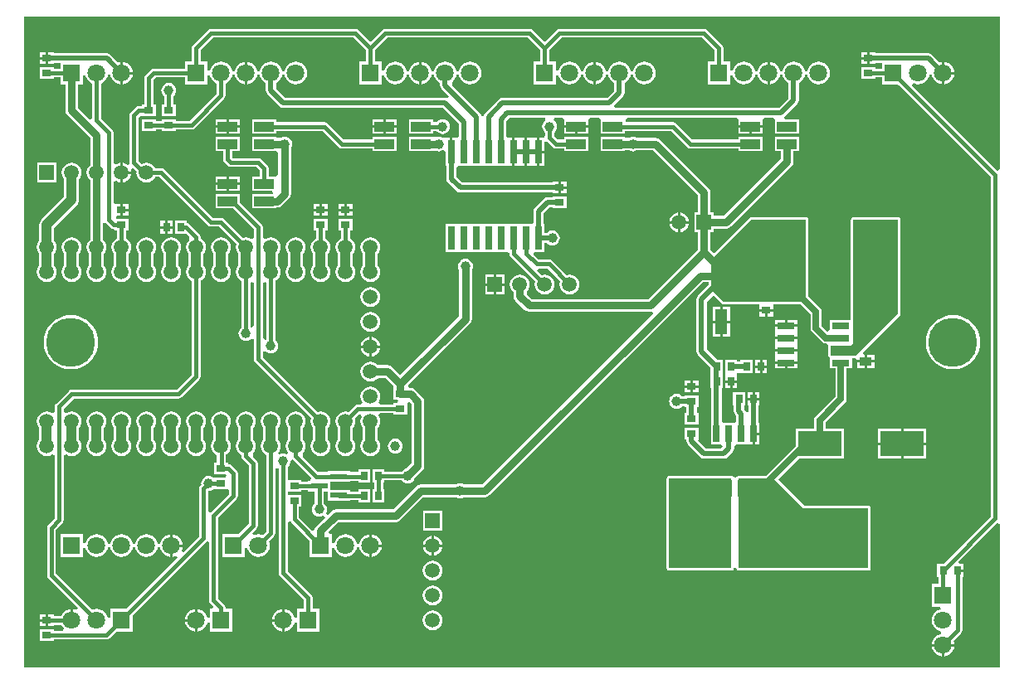
<source format=gtl>
G04*
G04 #@! TF.GenerationSoftware,Altium Limited,Altium Designer,18.0.7 (293)*
G04*
G04 Layer_Physical_Order=1*
G04 Layer_Color=255*
%FSLAX25Y25*%
%MOIN*%
G70*
G01*
G75*
%ADD20R,0.16142X0.19488*%
%ADD21R,0.03543X0.02756*%
%ADD22R,0.02756X0.03543*%
%ADD23R,0.02559X0.06890*%
%ADD24R,0.17323X0.09843*%
%ADD25R,0.07087X0.02362*%
%ADD26R,0.02756X0.09449*%
%ADD27R,0.04724X0.09843*%
%ADD28R,0.06890X0.02559*%
%ADD29R,0.04800X0.03600*%
%ADD30R,0.07874X0.03937*%
%ADD49C,0.01500*%
%ADD50C,0.02000*%
%ADD51C,0.03000*%
%ADD52C,0.02500*%
%ADD53C,0.03937*%
%ADD54C,0.19685*%
%ADD55R,0.07087X0.07087*%
%ADD56C,0.07087*%
%ADD57R,0.05906X0.05906*%
%ADD58C,0.05906*%
%ADD59C,0.13780*%
%ADD60R,0.07087X0.07087*%
%ADD61R,0.05906X0.05906*%
%ADD62C,0.01968*%
%ADD63C,0.03937*%
G36*
X392717Y201300D02*
X391717Y200886D01*
X357479Y235123D01*
X358046Y235971D01*
X358814Y235652D01*
X360000Y235496D01*
X361186Y235652D01*
X362291Y236110D01*
X363240Y236838D01*
X363969Y237788D01*
X364426Y238893D01*
X364496Y239419D01*
X365504D01*
X365574Y238893D01*
X366031Y237788D01*
X366760Y236838D01*
X367709Y236110D01*
X368814Y235652D01*
X369500Y235562D01*
Y240079D01*
Y244595D01*
X368814Y244505D01*
X368562Y244401D01*
X365489Y247473D01*
X364828Y247916D01*
X364047Y248071D01*
X342772D01*
Y248410D01*
X340500D01*
Y246031D01*
Y243653D01*
X342772D01*
Y243992D01*
X345457D01*
Y241910D01*
X342772D01*
Y242504D01*
X337228D01*
Y237748D01*
X342772D01*
Y238342D01*
X345457D01*
Y235535D01*
X352020D01*
X389216Y198340D01*
Y61771D01*
X370296Y42850D01*
X367669D01*
Y37307D01*
X368216D01*
Y34622D01*
X365457D01*
Y25535D01*
X368979D01*
X369044Y24535D01*
X368814Y24505D01*
X367709Y24047D01*
X366760Y23319D01*
X366031Y22370D01*
X365574Y21265D01*
X365418Y20079D01*
X365574Y18893D01*
X366031Y17787D01*
X366760Y16838D01*
X367709Y16110D01*
X368814Y15652D01*
X369340Y15583D01*
Y14574D01*
X368814Y14505D01*
X367709Y14047D01*
X366760Y13319D01*
X366031Y12370D01*
X365574Y11265D01*
X365483Y10579D01*
X370000D01*
X374517D01*
X374426Y11265D01*
X374216Y11772D01*
X377214Y14770D01*
X377214Y14770D01*
X377601Y15349D01*
X377737Y16032D01*
Y37307D01*
X378331D01*
Y39579D01*
X375953D01*
Y40579D01*
X378331D01*
Y42850D01*
X376649D01*
X376266Y43774D01*
X391717Y59225D01*
X392717Y58811D01*
Y984D01*
X984D01*
Y262795D01*
X392717D01*
Y201300D01*
D02*
G37*
%LPC*%
G36*
X274000Y257863D02*
X216000D01*
X215317Y257727D01*
X214738Y257340D01*
X210000Y252602D01*
X205262Y257340D01*
X204683Y257727D01*
X204000Y257863D01*
X146000D01*
X145317Y257727D01*
X144738Y257340D01*
X140000Y252602D01*
X135262Y257340D01*
X134683Y257727D01*
X134000Y257863D01*
X76000D01*
X75317Y257727D01*
X74738Y257340D01*
X68738Y251340D01*
X68352Y250762D01*
X68216Y250079D01*
Y244622D01*
X65457D01*
Y241863D01*
X53000D01*
X52317Y241727D01*
X51738Y241340D01*
X49738Y239340D01*
X49352Y238761D01*
X49216Y238079D01*
Y227410D01*
X48228D01*
Y226816D01*
X46953D01*
X46953Y226816D01*
X46270Y226680D01*
X45691Y226293D01*
X43738Y224340D01*
X43352Y223762D01*
X43216Y223079D01*
Y204079D01*
X43268Y203814D01*
X42361Y203249D01*
X41993Y203532D01*
X41032Y203930D01*
X40500Y204000D01*
Y200579D01*
X43921D01*
X43851Y201111D01*
X43724Y201417D01*
X44572Y201984D01*
X46067Y200488D01*
X46013Y200079D01*
X46149Y199047D01*
X46547Y198085D01*
X47181Y197260D01*
X48007Y196626D01*
X48968Y196228D01*
X50000Y196092D01*
X51032Y196228D01*
X51993Y196626D01*
X52819Y197260D01*
X53453Y198085D01*
X53539Y198294D01*
X55261D01*
X74738Y178817D01*
X75317Y178430D01*
X76000Y178295D01*
X79261D01*
X86236Y171320D01*
X86149Y171111D01*
X86013Y170079D01*
X86149Y169047D01*
X86547Y168085D01*
X87006Y167488D01*
Y162670D01*
X86547Y162072D01*
X86149Y161111D01*
X86013Y160079D01*
X86149Y159047D01*
X86547Y158085D01*
X87181Y157260D01*
X88007Y156626D01*
X88216Y156539D01*
Y137766D01*
X87883Y137511D01*
X87407Y136891D01*
X87108Y136169D01*
X87006Y135394D01*
X87108Y134619D01*
X87407Y133897D01*
X87883Y133276D01*
X88503Y132801D01*
X89225Y132502D01*
X90000Y132400D01*
X90775Y132502D01*
X91497Y132801D01*
X92117Y133276D01*
X92216Y133405D01*
X93216Y133065D01*
Y125079D01*
X93352Y124396D01*
X93738Y123817D01*
X116236Y101320D01*
X116149Y101111D01*
X116013Y100079D01*
X116149Y99047D01*
X116547Y98085D01*
X117006Y97488D01*
Y92670D01*
X116547Y92072D01*
X116149Y91111D01*
X116013Y90079D01*
X116149Y89047D01*
X116547Y88085D01*
X117181Y87260D01*
X118007Y86626D01*
X118968Y86228D01*
X120000Y86092D01*
X121032Y86228D01*
X121993Y86626D01*
X122819Y87260D01*
X123453Y88085D01*
X123851Y89047D01*
X123987Y90079D01*
X123851Y91111D01*
X123453Y92072D01*
X122994Y92670D01*
Y97488D01*
X123453Y98085D01*
X123851Y99047D01*
X123987Y100079D01*
X123851Y101111D01*
X123453Y102072D01*
X122819Y102898D01*
X121993Y103532D01*
X121032Y103930D01*
X120000Y104066D01*
X118968Y103930D01*
X118759Y103843D01*
X96784Y125818D01*
Y127987D01*
X97784Y128326D01*
X97883Y128198D01*
X98503Y127722D01*
X99225Y127423D01*
X100000Y127321D01*
X100775Y127423D01*
X101497Y127722D01*
X102117Y128198D01*
X102593Y128818D01*
X102892Y129540D01*
X102994Y130315D01*
X102892Y131090D01*
X102593Y131812D01*
X102117Y132432D01*
X101784Y132688D01*
Y156539D01*
X101993Y156626D01*
X102819Y157260D01*
X103453Y158085D01*
X103851Y159047D01*
X103987Y160079D01*
X103851Y161111D01*
X103453Y162072D01*
X102994Y162670D01*
Y167488D01*
X103453Y168085D01*
X103851Y169047D01*
X103987Y170079D01*
X103851Y171111D01*
X103453Y172072D01*
X102819Y172898D01*
X101993Y173531D01*
X101032Y173930D01*
X100000Y174066D01*
X98968Y173930D01*
X98007Y173531D01*
X97784Y173361D01*
X96784Y173854D01*
Y178079D01*
X96649Y178762D01*
X96262Y179340D01*
X87594Y188008D01*
Y191543D01*
X77720D01*
Y185606D01*
X84949D01*
X93216Y177340D01*
Y173854D01*
X92216Y173361D01*
X91993Y173531D01*
X91032Y173930D01*
X90000Y174066D01*
X88968Y173930D01*
X88759Y173843D01*
X81262Y181340D01*
X80683Y181727D01*
X80000Y181863D01*
X76739D01*
X57262Y201340D01*
X56683Y201727D01*
X56000Y201863D01*
X53539D01*
X53453Y202072D01*
X52819Y202898D01*
X51993Y203532D01*
X51032Y203930D01*
X50000Y204066D01*
X48968Y203930D01*
X48052Y203550D01*
X46784Y204818D01*
Y221973D01*
X47622Y222732D01*
X48228Y222654D01*
Y222654D01*
X53772D01*
Y227410D01*
X52784D01*
Y237340D01*
X53739Y238295D01*
X65457D01*
Y235535D01*
X74543D01*
Y239058D01*
X75543Y239123D01*
X75574Y238893D01*
X76031Y237788D01*
X76760Y236838D01*
X77709Y236110D01*
X78216Y235900D01*
Y231818D01*
X67308Y220910D01*
X61772D01*
Y221504D01*
X56228D01*
Y220910D01*
X53772D01*
Y221504D01*
X48228D01*
Y216748D01*
X53772D01*
Y217342D01*
X56228D01*
Y216748D01*
X61772D01*
Y217342D01*
X68047D01*
X68730Y217477D01*
X69309Y217864D01*
X81262Y229817D01*
X81648Y230396D01*
X81784Y231079D01*
Y235900D01*
X82291Y236110D01*
X83240Y236838D01*
X83969Y237788D01*
X84426Y238893D01*
X84496Y239419D01*
X85504D01*
X85574Y238893D01*
X86031Y237788D01*
X86760Y236838D01*
X87709Y236110D01*
X88814Y235652D01*
X89500Y235562D01*
Y240079D01*
Y244595D01*
X88814Y244505D01*
X87709Y244047D01*
X86760Y243319D01*
X86031Y242370D01*
X85574Y241265D01*
X85504Y240738D01*
X84496D01*
X84426Y241265D01*
X83969Y242370D01*
X83240Y243319D01*
X82291Y244047D01*
X81186Y244505D01*
X80000Y244661D01*
X78814Y244505D01*
X77709Y244047D01*
X76760Y243319D01*
X76031Y242370D01*
X75574Y241265D01*
X75543Y241034D01*
X74543Y241100D01*
Y244622D01*
X71784D01*
Y249340D01*
X76739Y254294D01*
X133261D01*
X138216Y249340D01*
Y244622D01*
X135457D01*
Y235535D01*
X144543D01*
Y239058D01*
X145543Y239123D01*
X145574Y238893D01*
X146031Y237788D01*
X146760Y236838D01*
X147709Y236110D01*
X148814Y235652D01*
X150000Y235496D01*
X151186Y235652D01*
X152291Y236110D01*
X153240Y236838D01*
X153969Y237788D01*
X154426Y238893D01*
X154496Y239419D01*
X155504D01*
X155574Y238893D01*
X156031Y237788D01*
X156760Y236838D01*
X157709Y236110D01*
X158814Y235652D01*
X159500Y235562D01*
Y240079D01*
Y244595D01*
X158814Y244505D01*
X157709Y244047D01*
X156760Y243319D01*
X156031Y242370D01*
X155574Y241265D01*
X155504Y240738D01*
X154496D01*
X154426Y241265D01*
X153969Y242370D01*
X153240Y243319D01*
X152291Y244047D01*
X151186Y244505D01*
X150000Y244661D01*
X148814Y244505D01*
X147709Y244047D01*
X146760Y243319D01*
X146031Y242370D01*
X145574Y241265D01*
X145543Y241034D01*
X144543Y241100D01*
Y244622D01*
X141784D01*
Y249340D01*
X146739Y254294D01*
X203261D01*
X208216Y249340D01*
Y244622D01*
X205457D01*
Y235535D01*
X214543D01*
Y239058D01*
X215543Y239123D01*
X215574Y238893D01*
X216031Y237788D01*
X216760Y236838D01*
X217709Y236110D01*
X218814Y235652D01*
X220000Y235496D01*
X221186Y235652D01*
X222291Y236110D01*
X223240Y236838D01*
X223969Y237788D01*
X224426Y238893D01*
X224496Y239419D01*
X225504D01*
X225574Y238893D01*
X226031Y237788D01*
X226760Y236838D01*
X227709Y236110D01*
X228814Y235652D01*
X229500Y235562D01*
Y240079D01*
Y244595D01*
X228814Y244505D01*
X227709Y244047D01*
X226760Y243319D01*
X226031Y242370D01*
X225574Y241265D01*
X225504Y240738D01*
X224496D01*
X224426Y241265D01*
X223969Y242370D01*
X223240Y243319D01*
X222291Y244047D01*
X221186Y244505D01*
X220000Y244661D01*
X218814Y244505D01*
X217709Y244047D01*
X216760Y243319D01*
X216031Y242370D01*
X215574Y241265D01*
X215543Y241034D01*
X214543Y241100D01*
Y244622D01*
X211784D01*
Y249340D01*
X216739Y254294D01*
X273261D01*
X278216Y249340D01*
Y244622D01*
X275457D01*
Y235535D01*
X284543D01*
Y239058D01*
X285543Y239123D01*
X285574Y238893D01*
X286031Y237788D01*
X286760Y236838D01*
X287709Y236110D01*
X288814Y235652D01*
X290000Y235496D01*
X291186Y235652D01*
X292291Y236110D01*
X293240Y236838D01*
X293969Y237788D01*
X294426Y238893D01*
X294496Y239419D01*
X295504D01*
X295574Y238893D01*
X296031Y237788D01*
X296760Y236838D01*
X297709Y236110D01*
X298814Y235652D01*
X299500Y235562D01*
Y240079D01*
Y244595D01*
X298814Y244505D01*
X297709Y244047D01*
X296760Y243319D01*
X296031Y242370D01*
X295574Y241265D01*
X295504Y240738D01*
X294496D01*
X294426Y241265D01*
X293969Y242370D01*
X293240Y243319D01*
X292291Y244047D01*
X291186Y244505D01*
X290000Y244661D01*
X288814Y244505D01*
X287709Y244047D01*
X286760Y243319D01*
X286031Y242370D01*
X285574Y241265D01*
X285543Y241034D01*
X284543Y241100D01*
Y244622D01*
X281784D01*
Y250079D01*
X281648Y250762D01*
X281262Y251340D01*
X275262Y257340D01*
X274683Y257727D01*
X274000Y257863D01*
D02*
G37*
G36*
X9500Y248410D02*
X7228D01*
Y246532D01*
X9500D01*
Y248410D01*
D02*
G37*
G36*
X339500D02*
X337228D01*
Y246532D01*
X339500D01*
Y248410D01*
D02*
G37*
G36*
Y245532D02*
X337228D01*
Y243653D01*
X339500D01*
Y245532D01*
D02*
G37*
G36*
X9500D02*
X7228D01*
Y243653D01*
X9500D01*
Y245532D01*
D02*
G37*
G36*
X12772Y248410D02*
X10500D01*
Y246031D01*
Y243653D01*
X12772D01*
Y243992D01*
X15457D01*
Y241910D01*
X12772D01*
Y242504D01*
X7228D01*
Y237748D01*
X12772D01*
Y238342D01*
X15457D01*
Y235535D01*
X17451D01*
Y225079D01*
X17645Y224103D01*
X18198Y223276D01*
X27451Y214023D01*
Y203105D01*
X27181Y202898D01*
X26547Y202072D01*
X26149Y201111D01*
X26013Y200079D01*
X26149Y199047D01*
X26547Y198085D01*
X27181Y197260D01*
X27451Y197052D01*
Y173105D01*
X27181Y172898D01*
X26547Y172072D01*
X26149Y171111D01*
X26013Y170079D01*
X26149Y169047D01*
X26547Y168085D01*
X27006Y167488D01*
Y162670D01*
X26547Y162072D01*
X26149Y161111D01*
X26013Y160079D01*
X26149Y159047D01*
X26547Y158085D01*
X27181Y157260D01*
X28007Y156626D01*
X28968Y156228D01*
X30000Y156092D01*
X31032Y156228D01*
X31993Y156626D01*
X32819Y157260D01*
X33453Y158085D01*
X33851Y159047D01*
X33987Y160079D01*
X33851Y161111D01*
X33453Y162072D01*
X32994Y162670D01*
Y167488D01*
X33453Y168085D01*
X33851Y169047D01*
X33987Y170079D01*
X33851Y171111D01*
X33453Y172072D01*
X32819Y172898D01*
X32549Y173105D01*
Y179797D01*
X33549Y180100D01*
X33738Y179817D01*
X35738Y177817D01*
X35738Y177817D01*
X36317Y177430D01*
X37000Y177295D01*
X37228Y176701D01*
X38216D01*
Y173618D01*
X38007Y173531D01*
X37181Y172898D01*
X36547Y172072D01*
X36149Y171111D01*
X36013Y170079D01*
X36149Y169047D01*
X36547Y168085D01*
X37006Y167488D01*
Y162670D01*
X36547Y162072D01*
X36149Y161111D01*
X36013Y160079D01*
X36149Y159047D01*
X36547Y158085D01*
X37181Y157260D01*
X38007Y156626D01*
X38968Y156228D01*
X40000Y156092D01*
X41032Y156228D01*
X41993Y156626D01*
X42819Y157260D01*
X43453Y158085D01*
X43851Y159047D01*
X43987Y160079D01*
X43851Y161111D01*
X43453Y162072D01*
X42994Y162670D01*
Y167488D01*
X43453Y168085D01*
X43851Y169047D01*
X43987Y170079D01*
X43851Y171111D01*
X43453Y172072D01*
X42819Y172898D01*
X41993Y173531D01*
X41784Y173618D01*
Y176701D01*
X42772D01*
Y181457D01*
X37983D01*
X37794Y181785D01*
X38269Y182606D01*
X39500D01*
Y184984D01*
Y187362D01*
X37784D01*
X37228Y187362D01*
X36784Y188178D01*
Y196303D01*
X37784Y196797D01*
X38007Y196626D01*
X38968Y196228D01*
X39500Y196158D01*
Y200079D01*
Y204000D01*
X38968Y203930D01*
X38007Y203532D01*
X37784Y203361D01*
X36784Y203854D01*
Y216079D01*
X36784Y216079D01*
X36648Y216762D01*
X36262Y217340D01*
X36262Y217340D01*
X31784Y221818D01*
Y235900D01*
X32291Y236110D01*
X33240Y236838D01*
X33969Y237788D01*
X34426Y238893D01*
X34496Y239419D01*
X35504D01*
X35574Y238893D01*
X36031Y237788D01*
X36760Y236838D01*
X37709Y236110D01*
X38814Y235652D01*
X39500Y235562D01*
Y240079D01*
Y244595D01*
X38814Y244505D01*
X38562Y244401D01*
X35489Y247473D01*
X34828Y247916D01*
X34047Y248071D01*
X12772D01*
Y248410D01*
D02*
G37*
G36*
X320000Y244661D02*
X318814Y244505D01*
X317709Y244047D01*
X316760Y243319D01*
X316031Y242370D01*
X315574Y241265D01*
X315504Y240738D01*
X314496D01*
X314426Y241265D01*
X313969Y242370D01*
X313240Y243319D01*
X312291Y244047D01*
X311186Y244505D01*
X310000Y244661D01*
X308814Y244505D01*
X307709Y244047D01*
X306760Y243319D01*
X306031Y242370D01*
X305574Y241265D01*
X305504Y240738D01*
X304496D01*
X304426Y241265D01*
X303969Y242370D01*
X303240Y243319D01*
X302291Y244047D01*
X301186Y244505D01*
X300500Y244595D01*
Y240079D01*
Y235562D01*
X301186Y235652D01*
X302291Y236110D01*
X303240Y236838D01*
X303969Y237788D01*
X304426Y238893D01*
X304496Y239419D01*
X305504D01*
X305574Y238893D01*
X306031Y237788D01*
X306760Y236838D01*
X307709Y236110D01*
X307961Y236006D01*
Y229923D01*
X304155Y226118D01*
X238337D01*
X237923Y227118D01*
X241442Y230637D01*
X241884Y231298D01*
X242039Y232079D01*
Y236006D01*
X242291Y236110D01*
X243240Y236838D01*
X243969Y237788D01*
X244426Y238893D01*
X244496Y239419D01*
X245504D01*
X245574Y238893D01*
X246031Y237788D01*
X246760Y236838D01*
X247709Y236110D01*
X248814Y235652D01*
X250000Y235496D01*
X251186Y235652D01*
X252291Y236110D01*
X253240Y236838D01*
X253969Y237788D01*
X254426Y238893D01*
X254583Y240079D01*
X254426Y241265D01*
X253969Y242370D01*
X253240Y243319D01*
X252291Y244047D01*
X251186Y244505D01*
X250000Y244661D01*
X248814Y244505D01*
X247709Y244047D01*
X246760Y243319D01*
X246031Y242370D01*
X245574Y241265D01*
X245504Y240738D01*
X244496D01*
X244426Y241265D01*
X243969Y242370D01*
X243240Y243319D01*
X242291Y244047D01*
X241186Y244505D01*
X240000Y244661D01*
X238814Y244505D01*
X237709Y244047D01*
X236760Y243319D01*
X236031Y242370D01*
X235574Y241265D01*
X235504Y240738D01*
X234496D01*
X234426Y241265D01*
X233969Y242370D01*
X233240Y243319D01*
X232291Y244047D01*
X231186Y244505D01*
X230500Y244595D01*
Y240079D01*
Y235562D01*
X231186Y235652D01*
X232291Y236110D01*
X233240Y236838D01*
X233969Y237788D01*
X234426Y238893D01*
X234496Y239419D01*
X235504D01*
X235574Y238893D01*
X236031Y237788D01*
X236760Y236838D01*
X237709Y236110D01*
X237961Y236006D01*
Y232923D01*
X235155Y230118D01*
X193000D01*
X192220Y229963D01*
X191558Y229521D01*
X191558Y229521D01*
X186058Y224021D01*
X185616Y223359D01*
X185510Y222825D01*
X184490D01*
X184384Y223359D01*
X183942Y224021D01*
X172725Y235238D01*
X172702Y235284D01*
X172843Y236534D01*
X173240Y236838D01*
X173969Y237788D01*
X174426Y238893D01*
X174496Y239419D01*
X175504D01*
X175574Y238893D01*
X176031Y237788D01*
X176760Y236838D01*
X177709Y236110D01*
X178814Y235652D01*
X180000Y235496D01*
X181186Y235652D01*
X182291Y236110D01*
X183240Y236838D01*
X183969Y237788D01*
X184426Y238893D01*
X184582Y240079D01*
X184426Y241265D01*
X183969Y242370D01*
X183240Y243319D01*
X182291Y244047D01*
X181186Y244505D01*
X180000Y244661D01*
X178814Y244505D01*
X177709Y244047D01*
X176760Y243319D01*
X176031Y242370D01*
X175574Y241265D01*
X175504Y240738D01*
X174496D01*
X174426Y241265D01*
X173969Y242370D01*
X173240Y243319D01*
X172291Y244047D01*
X171186Y244505D01*
X170000Y244661D01*
X168814Y244505D01*
X167709Y244047D01*
X166760Y243319D01*
X166031Y242370D01*
X165574Y241265D01*
X165504Y240738D01*
X164496D01*
X164426Y241265D01*
X163969Y242370D01*
X163240Y243319D01*
X162291Y244047D01*
X161186Y244505D01*
X160500Y244595D01*
Y240079D01*
Y235562D01*
X161186Y235652D01*
X162291Y236110D01*
X163240Y236838D01*
X163969Y237788D01*
X164426Y238893D01*
X164496Y239419D01*
X165504D01*
X165574Y238893D01*
X166031Y237788D01*
X166760Y236838D01*
X167709Y236110D01*
X167961Y236006D01*
Y235079D01*
X168116Y234298D01*
X168558Y233637D01*
X171531Y230664D01*
X170894Y229887D01*
X170780Y229963D01*
X170000Y230118D01*
X105845D01*
X102039Y233923D01*
Y236006D01*
X102291Y236110D01*
X103240Y236838D01*
X103969Y237788D01*
X104426Y238893D01*
X104496Y239419D01*
X105504D01*
X105574Y238893D01*
X106031Y237788D01*
X106760Y236838D01*
X107709Y236110D01*
X108814Y235652D01*
X110000Y235496D01*
X111186Y235652D01*
X112291Y236110D01*
X113240Y236838D01*
X113969Y237788D01*
X114426Y238893D01*
X114583Y240079D01*
X114426Y241265D01*
X113969Y242370D01*
X113240Y243319D01*
X112291Y244047D01*
X111186Y244505D01*
X110000Y244661D01*
X108814Y244505D01*
X107709Y244047D01*
X106760Y243319D01*
X106031Y242370D01*
X105574Y241265D01*
X105504Y240738D01*
X104496D01*
X104426Y241265D01*
X103969Y242370D01*
X103240Y243319D01*
X102291Y244047D01*
X101186Y244505D01*
X100000Y244661D01*
X98814Y244505D01*
X97709Y244047D01*
X96760Y243319D01*
X96031Y242370D01*
X95574Y241265D01*
X95504Y240738D01*
X94496D01*
X94426Y241265D01*
X93969Y242370D01*
X93240Y243319D01*
X92291Y244047D01*
X91186Y244505D01*
X90500Y244595D01*
Y240079D01*
Y235562D01*
X91186Y235652D01*
X92291Y236110D01*
X93240Y236838D01*
X93969Y237788D01*
X94426Y238893D01*
X94496Y239419D01*
X95504D01*
X95574Y238893D01*
X96031Y237788D01*
X96760Y236838D01*
X97709Y236110D01*
X97961Y236006D01*
Y233079D01*
X98116Y232298D01*
X98558Y231637D01*
X103558Y226637D01*
X104220Y226195D01*
X105000Y226040D01*
X169155D01*
X175461Y219734D01*
Y214884D01*
X174878Y214126D01*
X174122Y214126D01*
X173000D01*
Y208402D01*
X172000D01*
Y214126D01*
X170122D01*
Y214126D01*
X169122Y214075D01*
X169001Y214168D01*
X168279Y214467D01*
X167504Y214569D01*
X166729Y214467D01*
X166279Y214281D01*
X165279Y214543D01*
Y214543D01*
X155405D01*
Y208606D01*
X165279D01*
X165279Y208606D01*
X166279Y208869D01*
X166729Y208683D01*
X167504Y208581D01*
X168279Y208683D01*
X169001Y208982D01*
X169122Y209075D01*
X170122Y208582D01*
Y202677D01*
X170461D01*
Y197579D01*
X170616Y196798D01*
X171058Y196137D01*
X174605Y192590D01*
X175267Y192148D01*
X176047Y191992D01*
X213228D01*
Y191654D01*
X215500D01*
Y194032D01*
Y196409D01*
X213228D01*
Y196071D01*
X176892D01*
X174539Y198423D01*
Y201919D01*
X175122Y202677D01*
X175878Y202677D01*
X179122D01*
X179878Y202677D01*
X180878Y202677D01*
X184122D01*
X184878Y202677D01*
X185878Y202677D01*
X189878D01*
Y202677D01*
X190122D01*
Y202677D01*
X194122D01*
X194878Y202677D01*
X195878Y202677D01*
X197000D01*
Y208402D01*
Y214126D01*
X195878D01*
X195122Y214126D01*
X194539Y214884D01*
Y220734D01*
X195845Y222040D01*
X210060D01*
X210205Y221757D01*
X210326Y221040D01*
X209883Y220700D01*
X209407Y220080D01*
X209108Y219358D01*
X209006Y218583D01*
X209108Y217808D01*
X209407Y217086D01*
X209883Y216465D01*
X210216Y216210D01*
Y214986D01*
X209878Y214126D01*
X209216Y214126D01*
X208000D01*
Y208902D01*
X209878D01*
Y212305D01*
X210318Y212567D01*
X210878Y212677D01*
X213242Y210313D01*
X213242Y210313D01*
X213821Y209926D01*
X214504Y209790D01*
X214504Y209790D01*
X217721D01*
Y208606D01*
X227594D01*
Y214543D01*
X217721D01*
Y213359D01*
X215243D01*
X213784Y214818D01*
Y216210D01*
X214117Y216465D01*
X214593Y217086D01*
X214892Y217808D01*
X214994Y218583D01*
X214892Y219358D01*
X214593Y220080D01*
X214117Y220700D01*
X213674Y221040D01*
X213795Y221757D01*
X213940Y222040D01*
X216923D01*
X217721Y221551D01*
X217721Y221040D01*
Y219083D01*
X222657D01*
X227594D01*
Y221040D01*
X227594Y221551D01*
X228392Y222040D01*
X231608D01*
X232405Y221551D01*
X232405Y221040D01*
Y215614D01*
X242280D01*
Y216798D01*
X260757D01*
X267242Y210313D01*
X267821Y209926D01*
X268504Y209790D01*
X268504Y209790D01*
X287720D01*
Y208606D01*
X297594D01*
Y214543D01*
X287720D01*
Y213359D01*
X269243D01*
X262758Y219844D01*
X262179Y220231D01*
X261496Y220367D01*
X242987D01*
X242675Y220678D01*
X242789Y221863D01*
X243077Y222040D01*
X286923D01*
X287720Y221551D01*
X287720Y221040D01*
Y219083D01*
X292657D01*
X297594D01*
Y221040D01*
X297594Y221551D01*
X298392Y222040D01*
X301608D01*
X302406Y221551D01*
X302406Y221040D01*
Y215614D01*
X312280D01*
Y221551D01*
X306617D01*
X306314Y222551D01*
X306442Y222637D01*
X311442Y227637D01*
X311884Y228298D01*
X312039Y229079D01*
Y236006D01*
X312291Y236110D01*
X313240Y236838D01*
X313969Y237788D01*
X314426Y238893D01*
X314496Y239419D01*
X315504D01*
X315574Y238893D01*
X316031Y237788D01*
X316760Y236838D01*
X317709Y236110D01*
X318814Y235652D01*
X320000Y235496D01*
X321186Y235652D01*
X322291Y236110D01*
X323240Y236838D01*
X323969Y237788D01*
X324426Y238893D01*
X324583Y240079D01*
X324426Y241265D01*
X323969Y242370D01*
X323240Y243319D01*
X322291Y244047D01*
X321186Y244505D01*
X320000Y244661D01*
D02*
G37*
G36*
X370500Y244595D02*
Y240579D01*
X374517D01*
X374426Y241265D01*
X373969Y242370D01*
X373240Y243319D01*
X372291Y244047D01*
X371186Y244505D01*
X370500Y244595D01*
D02*
G37*
G36*
X40500D02*
Y240579D01*
X44517D01*
X44426Y241265D01*
X43969Y242370D01*
X43240Y243319D01*
X42291Y244047D01*
X41186Y244505D01*
X40500Y244595D01*
D02*
G37*
G36*
X374517Y239579D02*
X370500D01*
Y235562D01*
X371186Y235652D01*
X372291Y236110D01*
X373240Y236838D01*
X373969Y237788D01*
X374426Y238893D01*
X374517Y239579D01*
D02*
G37*
G36*
X44517D02*
X40500D01*
Y235562D01*
X41186Y235652D01*
X42291Y236110D01*
X43240Y236838D01*
X43969Y237788D01*
X44426Y238893D01*
X44517Y239579D01*
D02*
G37*
G36*
X59000Y236073D02*
X58225Y235971D01*
X57503Y235672D01*
X56883Y235196D01*
X56407Y234576D01*
X56108Y233854D01*
X56006Y233079D01*
X56108Y232304D01*
X56407Y231582D01*
X56883Y230962D01*
X57216Y230706D01*
Y227410D01*
X56228D01*
Y222654D01*
X61772D01*
Y227410D01*
X60784D01*
Y230706D01*
X61117Y230962D01*
X61593Y231582D01*
X61892Y232304D01*
X61994Y233079D01*
X61892Y233854D01*
X61593Y234576D01*
X61117Y235196D01*
X60497Y235672D01*
X59775Y235971D01*
X59000Y236073D01*
D02*
G37*
G36*
X169000Y221577D02*
X168225Y221475D01*
X167503Y221176D01*
X166883Y220700D01*
X166627Y220367D01*
X165279D01*
Y221551D01*
X155405D01*
Y215614D01*
X165279D01*
Y216798D01*
X166627D01*
X166883Y216465D01*
X167503Y215990D01*
X168225Y215691D01*
X169000Y215589D01*
X169775Y215691D01*
X170497Y215990D01*
X171117Y216465D01*
X171593Y217086D01*
X171892Y217808D01*
X171994Y218583D01*
X171892Y219358D01*
X171593Y220080D01*
X171117Y220700D01*
X170497Y221176D01*
X169775Y221475D01*
X169000Y221577D01*
D02*
G37*
G36*
X87594Y221551D02*
X83157D01*
Y219083D01*
X87594D01*
Y221551D01*
D02*
G37*
G36*
X150594D02*
X146158D01*
Y219083D01*
X150594D01*
Y221551D01*
D02*
G37*
G36*
X145158D02*
X140720D01*
Y219083D01*
X145158D01*
Y221551D01*
D02*
G37*
G36*
X82157D02*
X77720D01*
Y219083D01*
X82157D01*
Y221551D01*
D02*
G37*
G36*
X297594Y218083D02*
X293158D01*
Y215614D01*
X297594D01*
Y218083D01*
D02*
G37*
G36*
X292158D02*
X287720D01*
Y215614D01*
X292158D01*
Y218083D01*
D02*
G37*
G36*
X227594D02*
X223158D01*
Y215614D01*
X227594D01*
Y218083D01*
D02*
G37*
G36*
X222158D02*
X217721D01*
Y215614D01*
X222158D01*
Y218083D01*
D02*
G37*
G36*
X150594D02*
X146158D01*
Y215614D01*
X150594D01*
Y218083D01*
D02*
G37*
G36*
X145158D02*
X140720D01*
Y215614D01*
X145158D01*
Y218083D01*
D02*
G37*
G36*
X87594D02*
X83157D01*
Y215614D01*
X87594D01*
Y218083D01*
D02*
G37*
G36*
X82157D02*
X77720D01*
Y215614D01*
X82157D01*
Y218083D01*
D02*
G37*
G36*
X199878Y214126D02*
Y214126D01*
X198000D01*
Y208402D01*
Y202677D01*
X199878D01*
Y202677D01*
X200122D01*
Y202677D01*
X202000D01*
Y208402D01*
Y214126D01*
X200122D01*
Y214126D01*
X199878D01*
D02*
G37*
G36*
X245504Y214569D02*
X244729Y214467D01*
X244007Y214168D01*
X243950Y214124D01*
X242280D01*
Y214543D01*
X232405D01*
Y208606D01*
X242280D01*
Y209026D01*
X243950D01*
X244007Y208982D01*
X244729Y208683D01*
X245504Y208581D01*
X246279Y208683D01*
X247001Y208982D01*
X247058Y209026D01*
X253448D01*
X271451Y191023D01*
Y184031D01*
X270047D01*
Y176126D01*
X271451D01*
Y169135D01*
X251519Y149203D01*
X204796D01*
X202828Y151171D01*
X202819Y152260D01*
X203453Y153085D01*
X203851Y154047D01*
X203987Y155079D01*
X203851Y156111D01*
X203453Y157072D01*
X202819Y157898D01*
X201993Y158531D01*
X201032Y158930D01*
X200000Y159066D01*
X198968Y158930D01*
X198007Y158531D01*
X197181Y157898D01*
X196547Y157072D01*
X196149Y156111D01*
X196013Y155079D01*
X196149Y154047D01*
X196547Y153085D01*
X197181Y152260D01*
X197451Y152052D01*
Y150394D01*
X197645Y149418D01*
X198198Y148591D01*
X201938Y144851D01*
X202765Y144299D01*
X203740Y144105D01*
X252575D01*
X253114Y144212D01*
X253607Y143290D01*
X184944Y74628D01*
X177554D01*
X177497Y74672D01*
X176775Y74971D01*
X176000Y75073D01*
X175225Y74971D01*
X174503Y74672D01*
X174446Y74628D01*
X160079D01*
X159103Y74434D01*
X158276Y73881D01*
X149023Y64628D01*
X126055D01*
X125080Y64434D01*
X124253Y63881D01*
X122743Y62371D01*
X121990Y63032D01*
X122056Y63119D01*
X122355Y63841D01*
X122457Y64616D01*
X122355Y65391D01*
X122056Y66113D01*
X121580Y66733D01*
X121247Y66988D01*
Y71898D01*
X122794D01*
Y68158D01*
X131880D01*
Y68295D01*
X135022D01*
Y67307D01*
X139778D01*
Y72850D01*
X135022D01*
Y71863D01*
X131880D01*
Y72520D01*
X124006D01*
Y75638D01*
X131880D01*
Y76035D01*
X135022D01*
Y75307D01*
X139778D01*
Y80850D01*
X135022D01*
Y79603D01*
X131880D01*
Y80000D01*
X122794D01*
Y79603D01*
X118999D01*
X112697Y85905D01*
X112784Y87233D01*
X112819Y87260D01*
X113453Y88085D01*
X113851Y89047D01*
X113987Y90079D01*
X113851Y91111D01*
X113453Y92072D01*
X112994Y92670D01*
Y97488D01*
X113453Y98085D01*
X113851Y99047D01*
X113987Y100079D01*
X113851Y101111D01*
X113453Y102072D01*
X112819Y102898D01*
X111993Y103532D01*
X111032Y103930D01*
X110000Y104066D01*
X108968Y103930D01*
X108007Y103532D01*
X107181Y102898D01*
X106547Y102072D01*
X106149Y101111D01*
X106013Y100079D01*
X106149Y99047D01*
X106547Y98085D01*
X107006Y97488D01*
Y92670D01*
X106547Y92072D01*
X106149Y91111D01*
X106013Y90079D01*
X106149Y89047D01*
X106547Y88085D01*
X107002Y87493D01*
X106815Y87189D01*
X106313Y86748D01*
X105775Y86971D01*
X105000Y87073D01*
X104225Y86971D01*
X103687Y86748D01*
X103185Y87189D01*
X102998Y87493D01*
X103453Y88085D01*
X103851Y89047D01*
X103987Y90079D01*
X103851Y91111D01*
X103453Y92072D01*
X102994Y92670D01*
Y97488D01*
X103453Y98085D01*
X103851Y99047D01*
X103987Y100079D01*
X103851Y101111D01*
X103453Y102072D01*
X102819Y102898D01*
X101993Y103532D01*
X101032Y103930D01*
X100000Y104066D01*
X98968Y103930D01*
X98007Y103532D01*
X97181Y102898D01*
X96547Y102072D01*
X96149Y101111D01*
X96013Y100079D01*
X96149Y99047D01*
X96547Y98085D01*
X97006Y97488D01*
Y92670D01*
X96547Y92072D01*
X96149Y91111D01*
X96013Y90079D01*
X96149Y89047D01*
X96547Y88085D01*
X97181Y87260D01*
X98007Y86626D01*
X98216Y86539D01*
Y55818D01*
X96693Y54295D01*
X96186Y54505D01*
X95000Y54661D01*
X93814Y54505D01*
X93046Y54187D01*
X92479Y55035D01*
X94262Y56817D01*
X94648Y57396D01*
X94784Y58079D01*
X94784Y58079D01*
Y83079D01*
X94648Y83762D01*
X94262Y84340D01*
X92697Y85905D01*
X92784Y87233D01*
X92819Y87260D01*
X93453Y88085D01*
X93851Y89047D01*
X93987Y90079D01*
X93851Y91111D01*
X93453Y92072D01*
X92994Y92670D01*
Y97488D01*
X93453Y98085D01*
X93851Y99047D01*
X93987Y100079D01*
X93851Y101111D01*
X93453Y102072D01*
X92819Y102898D01*
X91993Y103532D01*
X91032Y103930D01*
X90000Y104066D01*
X88968Y103930D01*
X88007Y103532D01*
X87181Y102898D01*
X86547Y102072D01*
X86149Y101111D01*
X86013Y100079D01*
X86149Y99047D01*
X86547Y98085D01*
X87006Y97488D01*
Y92670D01*
X86547Y92072D01*
X86149Y91111D01*
X86013Y90079D01*
X86149Y89047D01*
X86547Y88085D01*
X87181Y87260D01*
X88007Y86626D01*
X88216Y86539D01*
Y86079D01*
X88352Y85396D01*
X88738Y84817D01*
X91216Y82340D01*
Y58818D01*
X87020Y54622D01*
X80457D01*
Y45535D01*
X89543D01*
Y49058D01*
X90543Y49123D01*
X90574Y48893D01*
X91031Y47787D01*
X91760Y46838D01*
X92709Y46110D01*
X93814Y45652D01*
X95000Y45496D01*
X96186Y45652D01*
X97291Y46110D01*
X98240Y46838D01*
X98969Y47787D01*
X99426Y48893D01*
X99582Y50079D01*
X99426Y51265D01*
X99216Y51772D01*
X101262Y53817D01*
X101262Y53817D01*
X101648Y54396D01*
X101784Y55079D01*
X101784Y55079D01*
Y81070D01*
X102784Y81567D01*
X103216Y81239D01*
Y39079D01*
X103351Y38396D01*
X103738Y37817D01*
X113216Y28340D01*
Y24622D01*
X110457D01*
Y21100D01*
X109457Y21034D01*
X109426Y21265D01*
X108969Y22370D01*
X108240Y23319D01*
X107291Y24047D01*
X106186Y24505D01*
X105500Y24595D01*
Y20079D01*
Y15562D01*
X106186Y15652D01*
X107291Y16110D01*
X108240Y16838D01*
X108969Y17787D01*
X109426Y18893D01*
X109457Y19123D01*
X110457Y19058D01*
Y15535D01*
X119543D01*
Y24622D01*
X116784D01*
Y29079D01*
X116784Y29079D01*
X116648Y29761D01*
X116262Y30340D01*
X116262Y30340D01*
X106784Y39818D01*
Y59577D01*
X107710Y59960D01*
X107784Y59947D01*
X108138Y59417D01*
X115457Y52099D01*
Y45535D01*
X124543D01*
Y49058D01*
X125543Y49123D01*
X125574Y48893D01*
X126031Y47787D01*
X126760Y46838D01*
X127709Y46110D01*
X128814Y45652D01*
X130000Y45496D01*
X131186Y45652D01*
X132291Y46110D01*
X133240Y46838D01*
X133969Y47787D01*
X134426Y48893D01*
X134496Y49419D01*
X135504D01*
X135574Y48893D01*
X136031Y47787D01*
X136760Y46838D01*
X137709Y46110D01*
X138814Y45652D01*
X139500Y45562D01*
Y50079D01*
Y54595D01*
X138814Y54505D01*
X137709Y54047D01*
X136760Y53319D01*
X136031Y52370D01*
X135574Y51265D01*
X135504Y50738D01*
X134496D01*
X134426Y51265D01*
X133969Y52370D01*
X133240Y53319D01*
X132291Y54047D01*
X131186Y54505D01*
X130000Y54661D01*
X128814Y54505D01*
X127709Y54047D01*
X126760Y53319D01*
X126031Y52370D01*
X125574Y51265D01*
X125543Y51034D01*
X124543Y51100D01*
Y54622D01*
X123617D01*
X123203Y55622D01*
X127111Y59530D01*
X150079D01*
X151054Y59724D01*
X151881Y60276D01*
X161135Y69530D01*
X174446D01*
X174503Y69486D01*
X175225Y69187D01*
X176000Y69085D01*
X176775Y69187D01*
X177497Y69486D01*
X177554Y69530D01*
X186000D01*
X186976Y69724D01*
X187802Y70276D01*
X273556Y156030D01*
X275980D01*
Y154943D01*
X271558Y150521D01*
X271116Y149859D01*
X270961Y149079D01*
Y128126D01*
X271116Y127346D01*
X271558Y126684D01*
X276669Y121573D01*
Y119307D01*
X276669D01*
Y118850D01*
X276669D01*
Y113307D01*
X276961D01*
Y99524D01*
X276720D01*
Y90634D01*
X280901Y90634D01*
X281557Y89951D01*
X280972Y89118D01*
X274845D01*
X271608Y92354D01*
X271772Y92748D01*
X271772D01*
Y97504D01*
X266228D01*
Y92748D01*
X266961D01*
Y92079D01*
X267116Y91298D01*
X267558Y90637D01*
X272558Y85637D01*
X273220Y85195D01*
X274000Y85040D01*
X282000D01*
X282780Y85195D01*
X283442Y85637D01*
X285442Y87637D01*
X285884Y88298D01*
X286039Y89079D01*
Y89916D01*
X286720Y90634D01*
X287280Y90634D01*
X290721D01*
X291280Y90634D01*
X292280Y90634D01*
X293500D01*
Y95079D01*
X294000D01*
Y95579D01*
X296280D01*
Y99524D01*
X295992D01*
Y106307D01*
X296331D01*
Y108579D01*
X293953D01*
X291575D01*
Y106307D01*
X291914D01*
Y103809D01*
X290914Y103710D01*
X290884Y103859D01*
X290442Y104521D01*
X290039Y104923D01*
Y106307D01*
X290425D01*
Y111850D01*
X285669D01*
Y106307D01*
X285961D01*
Y104079D01*
X286116Y103298D01*
X286558Y102637D01*
X286961Y102234D01*
Y100241D01*
X286280Y99524D01*
X285720Y99524D01*
X282279D01*
X281720Y99524D01*
X281039Y100241D01*
Y113307D01*
X281425D01*
Y118850D01*
X281425D01*
Y119307D01*
X281425D01*
Y124850D01*
X279159D01*
X275039Y128971D01*
Y148234D01*
X277721Y150916D01*
X281279Y147358D01*
X281610Y147137D01*
X282000Y147059D01*
X295251D01*
X296228Y147004D01*
X296228Y146059D01*
Y145126D01*
X299000D01*
X301772D01*
X301772Y147004D01*
X302749Y147059D01*
X304000D01*
X312775Y147059D01*
X316706Y143129D01*
Y137579D01*
X316880Y136701D01*
X317378Y135957D01*
X321378Y131957D01*
X322122Y131459D01*
X323000Y131285D01*
X323158D01*
X323980Y130579D01*
Y126579D01*
X324058Y126189D01*
X324279Y125858D01*
X324555Y125673D01*
Y121299D01*
X326706D01*
Y110029D01*
X318842Y102165D01*
X318345Y101421D01*
X318170Y100543D01*
Y97000D01*
X310803D01*
Y90126D01*
X298775Y78098D01*
X288000Y78098D01*
X287610Y78021D01*
X287279Y77800D01*
X287197Y77676D01*
X286500Y77525D01*
X285803Y77676D01*
X285721Y77800D01*
X285390Y78021D01*
X285000Y78098D01*
X260000Y78098D01*
X259610Y78021D01*
X259279Y77800D01*
X259058Y77469D01*
X258980Y77079D01*
Y41079D01*
X259058Y40688D01*
X259279Y40358D01*
X259610Y40137D01*
X260000Y40059D01*
X285000Y40059D01*
X285390Y40137D01*
X285721Y40358D01*
X285942Y40689D01*
X286020Y41079D01*
X286980Y41079D01*
X287058Y40689D01*
X287279Y40358D01*
X287610Y40137D01*
X288000Y40059D01*
X340000Y40059D01*
X340390Y40137D01*
X340721Y40358D01*
X340942Y40689D01*
X341020Y41079D01*
X341020Y65079D01*
X340942Y65469D01*
X340721Y65800D01*
X340390Y66021D01*
X340000Y66098D01*
X314344Y66098D01*
X303804Y76638D01*
X312323Y85158D01*
X330126D01*
Y97000D01*
X322759D01*
Y99593D01*
X330622Y107457D01*
X331119Y108201D01*
X331294Y109079D01*
Y121299D01*
X333445D01*
Y125559D01*
X335000D01*
X335600Y124666D01*
Y124629D01*
X338500D01*
Y126929D01*
X338099D01*
X337716Y127853D01*
X352721Y142858D01*
X352942Y143189D01*
X353020Y143579D01*
X353020Y181079D01*
X352942Y181469D01*
X352721Y181800D01*
X352390Y182021D01*
X352000Y182098D01*
X334000Y182098D01*
X333610Y182021D01*
X333279Y181800D01*
X333058Y181469D01*
X332980Y181079D01*
X332980Y140858D01*
X324555D01*
Y136682D01*
X323577Y136246D01*
X321294Y138529D01*
Y144079D01*
X321119Y144957D01*
X320622Y145701D01*
X316020Y150303D01*
X316020Y181079D01*
X315942Y181469D01*
X315721Y181800D01*
X315390Y182021D01*
X315000Y182098D01*
X293000Y182098D01*
X292610Y182021D01*
X292279Y181800D01*
X278081Y167602D01*
X276549Y169135D01*
Y176126D01*
X277953D01*
Y177530D01*
X283000D01*
X283976Y177724D01*
X284802Y178276D01*
X309145Y202619D01*
X309698Y203446D01*
X309892Y204421D01*
Y208606D01*
X312280D01*
Y214543D01*
X302406D01*
Y208606D01*
X304794D01*
Y205477D01*
X281944Y182628D01*
X277953D01*
Y184031D01*
X276549D01*
Y192079D01*
X276355Y193054D01*
X275802Y193881D01*
X256306Y213377D01*
X255479Y213930D01*
X254504Y214124D01*
X247058D01*
X247001Y214168D01*
X246279Y214467D01*
X245504Y214569D01*
D02*
G37*
G36*
X105496D02*
X104721Y214467D01*
X103999Y214168D01*
X103942Y214124D01*
X102279D01*
Y214543D01*
X92405D01*
Y208606D01*
X102279D01*
X102947Y207883D01*
Y199275D01*
X102279Y198551D01*
X101947Y198551D01*
X99127D01*
Y201736D01*
X98991Y202419D01*
X98604Y202998D01*
X98604Y202998D01*
X96262Y205340D01*
X95683Y205727D01*
X95000Y205863D01*
X84739D01*
X84442Y206160D01*
Y208606D01*
X87594D01*
Y214543D01*
X77720D01*
Y208606D01*
X80873D01*
Y205421D01*
X81009Y204738D01*
X81396Y204160D01*
X82738Y202817D01*
X83317Y202430D01*
X84000Y202294D01*
X94261D01*
X95558Y200997D01*
Y198551D01*
X92405D01*
Y192614D01*
X100390D01*
X100925Y191614D01*
X100878Y191543D01*
X92405D01*
Y185606D01*
X102279D01*
Y186026D01*
X102496D01*
X103472Y186220D01*
X104298Y186772D01*
X107299Y189772D01*
X107851Y190599D01*
X108045Y191575D01*
Y210020D01*
X108089Y210078D01*
X108388Y210800D01*
X108490Y211575D01*
X108388Y212350D01*
X108089Y213072D01*
X107613Y213692D01*
X106993Y214168D01*
X106271Y214467D01*
X105496Y214569D01*
D02*
G37*
G36*
X102279Y221551D02*
X92405D01*
Y215614D01*
X102279D01*
Y216798D01*
X120757D01*
X127242Y210313D01*
X127821Y209926D01*
X128504Y209790D01*
X128504Y209790D01*
X140720D01*
Y208606D01*
X150594D01*
Y214543D01*
X140720D01*
Y213359D01*
X129243D01*
X122758Y219844D01*
X122179Y220231D01*
X121496Y220367D01*
X102279D01*
Y221551D01*
D02*
G37*
G36*
X209878Y207902D02*
X208000D01*
Y202677D01*
X209878D01*
Y207902D01*
D02*
G37*
G36*
X204878Y214126D02*
Y214126D01*
X203000D01*
Y208402D01*
Y202677D01*
X204878D01*
Y202677D01*
X205122D01*
Y202677D01*
X207000D01*
Y208402D01*
Y214126D01*
X205122D01*
Y214126D01*
X204878D01*
D02*
G37*
G36*
X43921Y199579D02*
X40500D01*
Y196158D01*
X41032Y196228D01*
X41993Y196626D01*
X42819Y197260D01*
X43453Y198085D01*
X43851Y199047D01*
X43921Y199579D01*
D02*
G37*
G36*
X13953Y204031D02*
X6047D01*
Y196126D01*
X13953D01*
Y204031D01*
D02*
G37*
G36*
X87594Y198551D02*
X83157D01*
Y196083D01*
X87594D01*
Y198551D01*
D02*
G37*
G36*
X82157D02*
X77720D01*
Y196083D01*
X82157D01*
Y198551D01*
D02*
G37*
G36*
X218772Y196409D02*
X216500D01*
Y194532D01*
X218772D01*
Y196409D01*
D02*
G37*
G36*
X87594Y195083D02*
X83157D01*
Y192614D01*
X87594D01*
Y195083D01*
D02*
G37*
G36*
X82157D02*
X77720D01*
Y192614D01*
X82157D01*
Y195083D01*
D02*
G37*
G36*
X218772Y193532D02*
X216500D01*
Y191654D01*
X218772D01*
Y193532D01*
D02*
G37*
G36*
Y190504D02*
X213228D01*
Y190165D01*
X211047D01*
X210267Y190010D01*
X209605Y189568D01*
X209605Y189568D01*
X206058Y186021D01*
X205616Y185359D01*
X205461Y184579D01*
Y180239D01*
X204878Y179480D01*
X204122Y179480D01*
X200122D01*
Y179480D01*
X199878D01*
Y179480D01*
X195878D01*
X195122Y179480D01*
X194122Y179480D01*
X190878D01*
X190122Y179480D01*
X189122Y179480D01*
X185878D01*
X185122Y179480D01*
X184122Y179480D01*
X180878D01*
X180122Y179480D01*
X179122Y179480D01*
X175878D01*
X175122Y179480D01*
X174122Y179480D01*
X170122D01*
Y168032D01*
X174122D01*
X174878Y168032D01*
X175878Y168032D01*
X179122D01*
X179878Y168032D01*
X180878Y168032D01*
X184122D01*
X184878Y168032D01*
X185878Y168032D01*
X189122D01*
X189878Y168032D01*
X190878Y168032D01*
X194122D01*
X194878Y168032D01*
X195716Y167640D01*
Y167579D01*
X195852Y166896D01*
X196238Y166317D01*
X206236Y156320D01*
X206149Y156111D01*
X206013Y155079D01*
X206149Y154047D01*
X206547Y153085D01*
X207181Y152260D01*
X208007Y151626D01*
X208968Y151228D01*
X210000Y151092D01*
X211032Y151228D01*
X211993Y151626D01*
X212819Y152260D01*
X213453Y153085D01*
X213851Y154047D01*
X213987Y155079D01*
X213851Y156111D01*
X213453Y157072D01*
X212819Y157898D01*
X211993Y158531D01*
X211032Y158930D01*
X210000Y159066D01*
X208968Y158930D01*
X208759Y158843D01*
X207001Y160601D01*
X207415Y161601D01*
X210954D01*
X216236Y156320D01*
X216149Y156111D01*
X216013Y155079D01*
X216149Y154047D01*
X216547Y153085D01*
X217181Y152260D01*
X218007Y151626D01*
X218968Y151228D01*
X220000Y151092D01*
X221032Y151228D01*
X221993Y151626D01*
X222819Y152260D01*
X223453Y153085D01*
X223851Y154047D01*
X223987Y155079D01*
X223851Y156111D01*
X223453Y157072D01*
X222819Y157898D01*
X221993Y158531D01*
X221032Y158930D01*
X220000Y159066D01*
X218968Y158930D01*
X218759Y158843D01*
X212955Y164647D01*
X212376Y165034D01*
X211693Y165170D01*
X207432D01*
X205571Y167032D01*
X205985Y168032D01*
X209878D01*
Y171717D01*
X210878D01*
X210938Y171639D01*
X211558Y171163D01*
X212280Y170864D01*
X213055Y170762D01*
X213830Y170864D01*
X214552Y171163D01*
X215172Y171639D01*
X215648Y172259D01*
X215947Y172981D01*
X216049Y173756D01*
X215947Y174531D01*
X215648Y175253D01*
X215172Y175873D01*
X214552Y176349D01*
X213830Y176648D01*
X213055Y176750D01*
X212280Y176648D01*
X211558Y176349D01*
X210938Y175873D01*
X210878Y175795D01*
X209878D01*
Y179480D01*
X209539D01*
Y183734D01*
X211892Y186087D01*
X213228D01*
Y185748D01*
X218772D01*
Y190504D01*
D02*
G37*
G36*
X122772Y187409D02*
X120500D01*
Y185531D01*
X122772D01*
Y187409D01*
D02*
G37*
G36*
X132772D02*
X130500D01*
Y185531D01*
X132772D01*
Y187409D01*
D02*
G37*
G36*
X119500D02*
X117228D01*
Y185531D01*
X119500D01*
Y187409D01*
D02*
G37*
G36*
X129500D02*
X127228D01*
Y185531D01*
X129500D01*
Y187409D01*
D02*
G37*
G36*
X40500Y187362D02*
Y185484D01*
X42772D01*
Y187362D01*
X40500D01*
D02*
G37*
G36*
X132772Y184531D02*
X130500D01*
Y182653D01*
X132772D01*
Y184531D01*
D02*
G37*
G36*
X129500D02*
X127228D01*
Y182653D01*
X129500D01*
Y184531D01*
D02*
G37*
G36*
X122772D02*
X120500D01*
Y182653D01*
X122772D01*
Y184531D01*
D02*
G37*
G36*
X119500D02*
X117228D01*
Y182653D01*
X119500D01*
Y184531D01*
D02*
G37*
G36*
X42772Y184484D02*
X40500D01*
Y182606D01*
X42772D01*
Y184484D01*
D02*
G37*
G36*
X264500Y184000D02*
Y180579D01*
X267921D01*
X267851Y181111D01*
X267453Y182072D01*
X266819Y182898D01*
X265993Y183531D01*
X265032Y183930D01*
X264500Y184000D01*
D02*
G37*
G36*
X263500D02*
X262968Y183930D01*
X262007Y183531D01*
X261181Y182898D01*
X260547Y182072D01*
X260149Y181111D01*
X260079Y180579D01*
X263500D01*
Y184000D01*
D02*
G37*
G36*
X60425Y180850D02*
X58547D01*
Y178579D01*
X60425D01*
Y180850D01*
D02*
G37*
G36*
X57547D02*
X55669D01*
Y178579D01*
X57547D01*
Y180850D01*
D02*
G37*
G36*
X267921Y179579D02*
X264500D01*
Y176158D01*
X265032Y176228D01*
X265993Y176626D01*
X266819Y177260D01*
X267453Y178085D01*
X267851Y179047D01*
X267921Y179579D01*
D02*
G37*
G36*
X263500D02*
X260079D01*
X260149Y179047D01*
X260547Y178085D01*
X261181Y177260D01*
X262007Y176626D01*
X262968Y176228D01*
X263500Y176158D01*
Y179579D01*
D02*
G37*
G36*
X60425Y177579D02*
X58547D01*
Y175307D01*
X60425D01*
Y177579D01*
D02*
G37*
G36*
X57547D02*
X55669D01*
Y175307D01*
X57547D01*
Y177579D01*
D02*
G37*
G36*
X140000Y174066D02*
X138968Y173930D01*
X138007Y173531D01*
X137181Y172898D01*
X136547Y172072D01*
X136149Y171111D01*
X136013Y170079D01*
X136149Y169047D01*
X136547Y168085D01*
X137006Y167488D01*
Y162670D01*
X136547Y162072D01*
X136149Y161111D01*
X136013Y160079D01*
X136149Y159047D01*
X136547Y158085D01*
X137181Y157260D01*
X138007Y156626D01*
X138968Y156228D01*
X140000Y156092D01*
X141032Y156228D01*
X141993Y156626D01*
X142819Y157260D01*
X143453Y158085D01*
X143851Y159047D01*
X143987Y160079D01*
X143851Y161111D01*
X143453Y162072D01*
X142994Y162670D01*
Y167488D01*
X143453Y168085D01*
X143851Y169047D01*
X143987Y170079D01*
X143851Y171111D01*
X143453Y172072D01*
X142819Y172898D01*
X141993Y173531D01*
X141032Y173930D01*
X140000Y174066D01*
D02*
G37*
G36*
X132772Y181504D02*
X127228D01*
Y176748D01*
X128216D01*
Y173618D01*
X128007Y173531D01*
X127181Y172898D01*
X126547Y172072D01*
X126149Y171111D01*
X126013Y170079D01*
X126149Y169047D01*
X126547Y168085D01*
X127006Y167488D01*
Y162670D01*
X126547Y162072D01*
X126149Y161111D01*
X126013Y160079D01*
X126149Y159047D01*
X126547Y158085D01*
X127181Y157260D01*
X128007Y156626D01*
X128968Y156228D01*
X130000Y156092D01*
X131032Y156228D01*
X131993Y156626D01*
X132819Y157260D01*
X133453Y158085D01*
X133851Y159047D01*
X133987Y160079D01*
X133851Y161111D01*
X133453Y162072D01*
X132994Y162670D01*
Y167488D01*
X133453Y168085D01*
X133851Y169047D01*
X133987Y170079D01*
X133851Y171111D01*
X133453Y172072D01*
X132819Y172898D01*
X131993Y173531D01*
X131784Y173618D01*
Y176748D01*
X132772D01*
Y181504D01*
D02*
G37*
G36*
X122772D02*
X117228D01*
Y176748D01*
X118216D01*
Y173618D01*
X118007Y173531D01*
X117181Y172898D01*
X116547Y172072D01*
X116149Y171111D01*
X116013Y170079D01*
X116149Y169047D01*
X116547Y168085D01*
X117006Y167488D01*
Y162670D01*
X116547Y162072D01*
X116149Y161111D01*
X116013Y160079D01*
X116149Y159047D01*
X116547Y158085D01*
X117181Y157260D01*
X118007Y156626D01*
X118968Y156228D01*
X120000Y156092D01*
X121032Y156228D01*
X121993Y156626D01*
X122819Y157260D01*
X123453Y158085D01*
X123851Y159047D01*
X123987Y160079D01*
X123851Y161111D01*
X123453Y162072D01*
X122994Y162670D01*
Y167488D01*
X123453Y168085D01*
X123851Y169047D01*
X123987Y170079D01*
X123851Y171111D01*
X123453Y172072D01*
X122819Y172898D01*
X121993Y173531D01*
X121784Y173618D01*
Y176748D01*
X122772D01*
Y181504D01*
D02*
G37*
G36*
X110000Y174066D02*
X108968Y173930D01*
X108007Y173531D01*
X107181Y172898D01*
X106547Y172072D01*
X106149Y171111D01*
X106013Y170079D01*
X106149Y169047D01*
X106547Y168085D01*
X107006Y167488D01*
Y162670D01*
X106547Y162072D01*
X106149Y161111D01*
X106013Y160079D01*
X106149Y159047D01*
X106547Y158085D01*
X107181Y157260D01*
X108007Y156626D01*
X108968Y156228D01*
X110000Y156092D01*
X111032Y156228D01*
X111993Y156626D01*
X112819Y157260D01*
X113453Y158085D01*
X113851Y159047D01*
X113987Y160079D01*
X113851Y161111D01*
X113453Y162072D01*
X112994Y162670D01*
Y167488D01*
X113453Y168085D01*
X113851Y169047D01*
X113987Y170079D01*
X113851Y171111D01*
X113453Y172072D01*
X112819Y172898D01*
X111993Y173531D01*
X111032Y173930D01*
X110000Y174066D01*
D02*
G37*
G36*
X80000D02*
X78968Y173930D01*
X78007Y173531D01*
X77181Y172898D01*
X76547Y172072D01*
X76149Y171111D01*
X76013Y170079D01*
X76149Y169047D01*
X76547Y168085D01*
X77006Y167488D01*
Y162670D01*
X76547Y162072D01*
X76149Y161111D01*
X76013Y160079D01*
X76149Y159047D01*
X76547Y158085D01*
X77181Y157260D01*
X78007Y156626D01*
X78968Y156228D01*
X80000Y156092D01*
X81032Y156228D01*
X81993Y156626D01*
X82819Y157260D01*
X83453Y158085D01*
X83851Y159047D01*
X83987Y160079D01*
X83851Y161111D01*
X83453Y162072D01*
X82994Y162670D01*
Y167488D01*
X83453Y168085D01*
X83851Y169047D01*
X83987Y170079D01*
X83851Y171111D01*
X83453Y172072D01*
X82819Y172898D01*
X81993Y173531D01*
X81032Y173930D01*
X80000Y174066D01*
D02*
G37*
G36*
X60000D02*
X58968Y173930D01*
X58007Y173531D01*
X57181Y172898D01*
X56547Y172072D01*
X56149Y171111D01*
X56013Y170079D01*
X56149Y169047D01*
X56547Y168085D01*
X57006Y167488D01*
Y162670D01*
X56547Y162072D01*
X56149Y161111D01*
X56013Y160079D01*
X56149Y159047D01*
X56547Y158085D01*
X57181Y157260D01*
X58007Y156626D01*
X58968Y156228D01*
X60000Y156092D01*
X61032Y156228D01*
X61993Y156626D01*
X62819Y157260D01*
X63453Y158085D01*
X63851Y159047D01*
X63987Y160079D01*
X63851Y161111D01*
X63453Y162072D01*
X62994Y162670D01*
Y167488D01*
X63453Y168085D01*
X63851Y169047D01*
X63987Y170079D01*
X63851Y171111D01*
X63453Y172072D01*
X62819Y172898D01*
X61993Y173531D01*
X61032Y173930D01*
X60000Y174066D01*
D02*
G37*
G36*
X50000D02*
X48968Y173930D01*
X48007Y173531D01*
X47181Y172898D01*
X46547Y172072D01*
X46149Y171111D01*
X46013Y170079D01*
X46149Y169047D01*
X46547Y168085D01*
X47006Y167488D01*
Y162670D01*
X46547Y162072D01*
X46149Y161111D01*
X46013Y160079D01*
X46149Y159047D01*
X46547Y158085D01*
X47181Y157260D01*
X48007Y156626D01*
X48968Y156228D01*
X50000Y156092D01*
X51032Y156228D01*
X51993Y156626D01*
X52819Y157260D01*
X53453Y158085D01*
X53851Y159047D01*
X53987Y160079D01*
X53851Y161111D01*
X53453Y162072D01*
X52994Y162670D01*
Y167488D01*
X53453Y168085D01*
X53851Y169047D01*
X53987Y170079D01*
X53851Y171111D01*
X53453Y172072D01*
X52819Y172898D01*
X51993Y173531D01*
X51032Y173930D01*
X50000Y174066D01*
D02*
G37*
G36*
X20000D02*
X18968Y173930D01*
X18007Y173531D01*
X17181Y172898D01*
X16547Y172072D01*
X16149Y171111D01*
X16013Y170079D01*
X16149Y169047D01*
X16547Y168085D01*
X17006Y167488D01*
Y162670D01*
X16547Y162072D01*
X16149Y161111D01*
X16013Y160079D01*
X16149Y159047D01*
X16547Y158085D01*
X17181Y157260D01*
X18007Y156626D01*
X18968Y156228D01*
X20000Y156092D01*
X21032Y156228D01*
X21993Y156626D01*
X22819Y157260D01*
X23453Y158085D01*
X23851Y159047D01*
X23987Y160079D01*
X23851Y161111D01*
X23453Y162072D01*
X22994Y162670D01*
Y167488D01*
X23453Y168085D01*
X23851Y169047D01*
X23987Y170079D01*
X23851Y171111D01*
X23453Y172072D01*
X22819Y172898D01*
X21993Y173531D01*
X21032Y173930D01*
X20000Y174066D01*
D02*
G37*
G36*
Y204066D02*
X18968Y203930D01*
X18007Y203532D01*
X17181Y202898D01*
X16547Y202072D01*
X16149Y201111D01*
X16013Y200079D01*
X16149Y199047D01*
X16547Y198085D01*
X17006Y197488D01*
Y190319D01*
X7883Y181196D01*
X7407Y180576D01*
X7108Y179854D01*
X7006Y179079D01*
Y172670D01*
X6547Y172072D01*
X6149Y171111D01*
X6013Y170079D01*
X6149Y169047D01*
X6547Y168085D01*
X7006Y167488D01*
Y162670D01*
X6547Y162072D01*
X6149Y161111D01*
X6013Y160079D01*
X6149Y159047D01*
X6547Y158085D01*
X7181Y157260D01*
X8007Y156626D01*
X8968Y156228D01*
X10000Y156092D01*
X11032Y156228D01*
X11993Y156626D01*
X12819Y157260D01*
X13453Y158085D01*
X13851Y159047D01*
X13987Y160079D01*
X13851Y161111D01*
X13453Y162072D01*
X12994Y162670D01*
Y167488D01*
X13453Y168085D01*
X13851Y169047D01*
X13987Y170079D01*
X13851Y171111D01*
X13453Y172072D01*
X12994Y172670D01*
Y177839D01*
X22117Y186962D01*
X22593Y187582D01*
X22892Y188304D01*
X22994Y189079D01*
Y197488D01*
X23453Y198085D01*
X23851Y199047D01*
X23987Y200079D01*
X23851Y201111D01*
X23453Y202072D01*
X22819Y202898D01*
X21993Y203532D01*
X21032Y203930D01*
X20000Y204066D01*
D02*
G37*
G36*
X193953Y159031D02*
X190500D01*
Y155579D01*
X193953D01*
Y159031D01*
D02*
G37*
G36*
X189500D02*
X186047D01*
Y155579D01*
X189500D01*
Y159031D01*
D02*
G37*
G36*
X193953Y154579D02*
X190500D01*
Y151126D01*
X193953D01*
Y154579D01*
D02*
G37*
G36*
X189500D02*
X186047D01*
Y151126D01*
X189500D01*
Y154579D01*
D02*
G37*
G36*
X140000Y154066D02*
X138968Y153930D01*
X138007Y153532D01*
X137181Y152898D01*
X136547Y152072D01*
X136149Y151111D01*
X136013Y150079D01*
X136149Y149047D01*
X136547Y148085D01*
X137181Y147260D01*
X138007Y146626D01*
X138968Y146228D01*
X140000Y146092D01*
X141032Y146228D01*
X141993Y146626D01*
X142819Y147260D01*
X143453Y148085D01*
X143851Y149047D01*
X143987Y150079D01*
X143851Y151111D01*
X143453Y152072D01*
X142819Y152898D01*
X141993Y153532D01*
X141032Y153930D01*
X140000Y154066D01*
D02*
G37*
G36*
X301772Y144126D02*
X299500D01*
Y142248D01*
X301772D01*
Y144126D01*
D02*
G37*
G36*
X298500D02*
X296228D01*
Y142248D01*
X298500D01*
Y144126D01*
D02*
G37*
G36*
X284362Y145996D02*
X281500D01*
Y140575D01*
X284362D01*
Y145996D01*
D02*
G37*
G36*
X280500D02*
X277638D01*
Y140575D01*
X280500D01*
Y145996D01*
D02*
G37*
G36*
X311398Y140858D02*
X307453D01*
Y139079D01*
X311398D01*
Y140858D01*
D02*
G37*
G36*
X306453D02*
X302508D01*
Y139079D01*
X306453D01*
Y140858D01*
D02*
G37*
G36*
X140000Y144066D02*
X138968Y143930D01*
X138007Y143532D01*
X137181Y142898D01*
X136547Y142072D01*
X136149Y141111D01*
X136013Y140079D01*
X136149Y139047D01*
X136547Y138085D01*
X137181Y137260D01*
X138007Y136626D01*
X138968Y136228D01*
X140000Y136092D01*
X141032Y136228D01*
X141993Y136626D01*
X142819Y137260D01*
X143453Y138085D01*
X143851Y139047D01*
X143987Y140079D01*
X143851Y141111D01*
X143453Y142072D01*
X142819Y142898D01*
X141993Y143532D01*
X141032Y143930D01*
X140000Y144066D01*
D02*
G37*
G36*
X284362Y139575D02*
X281500D01*
Y134153D01*
X284362D01*
Y139575D01*
D02*
G37*
G36*
X280500D02*
X277638D01*
Y134153D01*
X280500D01*
Y139575D01*
D02*
G37*
G36*
X311398Y138079D02*
X306953D01*
X302508D01*
Y136858D01*
X302508Y136299D01*
X302508Y135299D01*
Y134079D01*
X306953D01*
X311398D01*
Y135299D01*
X311398Y135858D01*
X311398Y136858D01*
Y138079D01*
D02*
G37*
G36*
X140500Y134000D02*
Y130579D01*
X143921D01*
X143851Y131111D01*
X143453Y132072D01*
X142819Y132898D01*
X141993Y133531D01*
X141032Y133930D01*
X140500Y134000D01*
D02*
G37*
G36*
X139500D02*
X138968Y133930D01*
X138007Y133531D01*
X137181Y132898D01*
X136547Y132072D01*
X136149Y131111D01*
X136079Y130579D01*
X139500D01*
Y134000D01*
D02*
G37*
G36*
X311398Y133079D02*
X306953D01*
X302508D01*
Y131858D01*
X302508Y131299D01*
X302508Y130299D01*
Y129079D01*
X306953D01*
X311398D01*
Y130299D01*
X311398Y130858D01*
X311398Y131858D01*
Y133079D01*
D02*
G37*
G36*
X143921Y129579D02*
X140500D01*
Y126158D01*
X141032Y126228D01*
X141993Y126626D01*
X142819Y127260D01*
X143453Y128085D01*
X143851Y129047D01*
X143921Y129579D01*
D02*
G37*
G36*
X139500D02*
X136079D01*
X136149Y129047D01*
X136547Y128085D01*
X137181Y127260D01*
X138007Y126626D01*
X138968Y126228D01*
X139500Y126158D01*
Y129579D01*
D02*
G37*
G36*
X342400Y126929D02*
X339500D01*
Y124629D01*
X342400D01*
Y126929D01*
D02*
G37*
G36*
X293425Y124850D02*
X288669D01*
Y124118D01*
X287331D01*
Y124850D01*
X282575D01*
Y119850D01*
X282575Y119307D01*
X282575Y118307D01*
Y116579D01*
X284953D01*
X287331D01*
Y118307D01*
X287331Y118850D01*
Y119332D01*
X287669Y119671D01*
X288669Y119307D01*
Y119307D01*
X293425D01*
Y124850D01*
D02*
G37*
G36*
X311398Y128079D02*
X306953D01*
X302508D01*
Y126858D01*
X302508Y126299D01*
X302508Y125299D01*
Y124079D01*
X306953D01*
X311398D01*
Y125299D01*
X311398Y125858D01*
X311398Y126858D01*
Y128079D01*
D02*
G37*
G36*
X299331Y124850D02*
X297453D01*
Y122579D01*
X299331D01*
Y124850D01*
D02*
G37*
G36*
X296453D02*
X294575D01*
Y122579D01*
X296453D01*
Y124850D01*
D02*
G37*
G36*
X342400Y123629D02*
X339500D01*
Y121329D01*
X342400D01*
Y123629D01*
D02*
G37*
G36*
X338500D02*
X335600D01*
Y121329D01*
X338500D01*
Y123629D01*
D02*
G37*
G36*
X311398Y123079D02*
X307453D01*
Y121299D01*
X311398D01*
Y123079D01*
D02*
G37*
G36*
X306453D02*
X302508D01*
Y121299D01*
X306453D01*
Y123079D01*
D02*
G37*
G36*
X374016Y142766D02*
X372314Y142632D01*
X370655Y142234D01*
X369078Y141580D01*
X367623Y140689D01*
X366325Y139580D01*
X365217Y138283D01*
X364325Y136827D01*
X363672Y135251D01*
X363274Y133591D01*
X363140Y131890D01*
X363274Y130188D01*
X363672Y128529D01*
X364325Y126952D01*
X365217Y125497D01*
X366325Y124199D01*
X367623Y123091D01*
X369078Y122199D01*
X370655Y121546D01*
X372314Y121148D01*
X374016Y121014D01*
X375717Y121148D01*
X377377Y121546D01*
X378953Y122199D01*
X380409Y123091D01*
X381706Y124199D01*
X382815Y125497D01*
X383706Y126952D01*
X384360Y128529D01*
X384758Y130188D01*
X384892Y131890D01*
X384758Y133591D01*
X384360Y135251D01*
X383706Y136827D01*
X382815Y138283D01*
X381706Y139580D01*
X380409Y140689D01*
X378953Y141580D01*
X377377Y142234D01*
X375717Y142632D01*
X374016Y142766D01*
D02*
G37*
G36*
X19685D02*
X17984Y142632D01*
X16324Y142234D01*
X14747Y141580D01*
X13292Y140689D01*
X11994Y139580D01*
X10886Y138283D01*
X9994Y136827D01*
X9341Y135251D01*
X8943Y133591D01*
X8809Y131890D01*
X8943Y130188D01*
X9341Y128529D01*
X9994Y126952D01*
X10886Y125497D01*
X11994Y124199D01*
X13292Y123091D01*
X14747Y122199D01*
X16324Y121546D01*
X17984Y121148D01*
X19685Y121014D01*
X21386Y121148D01*
X23046Y121546D01*
X24623Y122199D01*
X26078Y123091D01*
X27376Y124199D01*
X28484Y125497D01*
X29376Y126952D01*
X30029Y128529D01*
X30427Y130188D01*
X30561Y131890D01*
X30427Y133591D01*
X30029Y135251D01*
X29376Y136827D01*
X28484Y138283D01*
X27376Y139580D01*
X26078Y140689D01*
X24623Y141580D01*
X23046Y142234D01*
X21386Y142632D01*
X19685Y142766D01*
D02*
G37*
G36*
X299331Y121579D02*
X297453D01*
Y119307D01*
X299331D01*
Y121579D01*
D02*
G37*
G36*
X296453D02*
X294575D01*
Y119307D01*
X296453D01*
Y121579D01*
D02*
G37*
G36*
X178150Y165396D02*
X177375Y165294D01*
X176653Y164995D01*
X176032Y164519D01*
X175557Y163899D01*
X175258Y163177D01*
X175155Y162402D01*
X175258Y161627D01*
X175557Y160905D01*
X175601Y160847D01*
Y142284D01*
X152000Y118684D01*
X148802Y121881D01*
X147976Y122434D01*
X147000Y122628D01*
X143026D01*
X142819Y122898D01*
X141993Y123531D01*
X141032Y123930D01*
X140000Y124066D01*
X138968Y123930D01*
X138007Y123531D01*
X137181Y122898D01*
X136547Y122072D01*
X136149Y121111D01*
X136013Y120079D01*
X136149Y119047D01*
X136547Y118085D01*
X137181Y117260D01*
X138007Y116626D01*
X138968Y116228D01*
X140000Y116092D01*
X141032Y116228D01*
X141993Y116626D01*
X142819Y117260D01*
X143026Y117530D01*
X145944D01*
X149112Y114362D01*
X149228Y113409D01*
X149228D01*
Y108653D01*
X150925D01*
X151117Y108504D01*
X150773Y107504D01*
X149228D01*
Y106863D01*
X143775D01*
X143282Y107863D01*
X143453Y108085D01*
X143851Y109047D01*
X143987Y110079D01*
X143851Y111111D01*
X143453Y112072D01*
X142819Y112898D01*
X141993Y113531D01*
X141032Y113930D01*
X140000Y114066D01*
X138968Y113930D01*
X138007Y113531D01*
X137181Y112898D01*
X136547Y112072D01*
X136149Y111111D01*
X136013Y110079D01*
X136149Y109047D01*
X136547Y108085D01*
X136718Y107863D01*
X136225Y106863D01*
X135000D01*
X134317Y106727D01*
X133738Y106340D01*
X131241Y103843D01*
X131032Y103930D01*
X130000Y104066D01*
X128968Y103930D01*
X128007Y103532D01*
X127181Y102898D01*
X126547Y102072D01*
X126149Y101111D01*
X126013Y100079D01*
X126149Y99047D01*
X126547Y98085D01*
X127006Y97488D01*
Y92670D01*
X126547Y92072D01*
X126149Y91111D01*
X126013Y90079D01*
X126149Y89047D01*
X126547Y88085D01*
X127181Y87260D01*
X128007Y86626D01*
X128968Y86228D01*
X130000Y86092D01*
X131032Y86228D01*
X131993Y86626D01*
X132819Y87260D01*
X133453Y88085D01*
X133851Y89047D01*
X133987Y90079D01*
X133851Y91111D01*
X133453Y92072D01*
X132994Y92670D01*
Y97488D01*
X133453Y98085D01*
X133851Y99047D01*
X133987Y100079D01*
X133851Y101111D01*
X133764Y101320D01*
X135326Y102881D01*
X135855Y102812D01*
X136047Y102606D01*
X136412Y101746D01*
X136149Y101111D01*
X136013Y100079D01*
X136149Y99047D01*
X136547Y98085D01*
X137006Y97488D01*
Y92670D01*
X136547Y92072D01*
X136149Y91111D01*
X136013Y90079D01*
X136149Y89047D01*
X136547Y88085D01*
X137181Y87260D01*
X138007Y86626D01*
X138968Y86228D01*
X140000Y86092D01*
X141032Y86228D01*
X141993Y86626D01*
X142819Y87260D01*
X143453Y88085D01*
X143851Y89047D01*
X143987Y90079D01*
X143851Y91111D01*
X143453Y92072D01*
X142994Y92670D01*
Y97488D01*
X143453Y98085D01*
X143851Y99047D01*
X143987Y100079D01*
X143851Y101111D01*
X143453Y102072D01*
X143282Y102295D01*
X143775Y103295D01*
X149228D01*
Y102748D01*
X154772D01*
Y107288D01*
X155631Y107843D01*
X156451Y107023D01*
Y83135D01*
X154297Y80980D01*
X154225Y80971D01*
X153503Y80672D01*
X152883Y80196D01*
X152627Y79863D01*
X145683D01*
Y80850D01*
X140928D01*
Y75307D01*
X141521D01*
Y72850D01*
X140928D01*
Y67307D01*
X145683D01*
Y72850D01*
X145090D01*
Y75307D01*
X145683D01*
Y76294D01*
X152627D01*
X152883Y75962D01*
X153503Y75486D01*
X154225Y75187D01*
X155000Y75085D01*
X155775Y75187D01*
X156497Y75486D01*
X157117Y75962D01*
X157593Y76582D01*
X157892Y77304D01*
X157902Y77376D01*
X160802Y80276D01*
X161355Y81103D01*
X161549Y82079D01*
Y108079D01*
X161355Y109054D01*
X160802Y109881D01*
X157850Y112834D01*
X157023Y113386D01*
X156047Y113581D01*
X155521D01*
X155106Y114581D01*
X179952Y139426D01*
X180505Y140253D01*
X180699Y141228D01*
Y160847D01*
X180743Y160905D01*
X181042Y161627D01*
X181144Y162402D01*
X181042Y163177D01*
X180743Y163899D01*
X180267Y164519D01*
X179647Y164995D01*
X178925Y165294D01*
X178150Y165396D01*
D02*
G37*
G36*
X271772Y116409D02*
X269500D01*
Y114532D01*
X271772D01*
Y116409D01*
D02*
G37*
G36*
X268500D02*
X266228D01*
Y114532D01*
X268500D01*
Y116409D01*
D02*
G37*
G36*
X287331Y115579D02*
X285453D01*
Y113307D01*
X287331D01*
Y115579D01*
D02*
G37*
G36*
X284453D02*
X282575D01*
Y113307D01*
X284453D01*
Y115579D01*
D02*
G37*
G36*
X66331Y180850D02*
X61575D01*
Y175307D01*
X66248D01*
X67303Y174252D01*
X67216Y172925D01*
X67181Y172898D01*
X66547Y172072D01*
X66149Y171111D01*
X66013Y170079D01*
X66149Y169047D01*
X66547Y168085D01*
X67006Y167488D01*
Y162670D01*
X66547Y162072D01*
X66149Y161111D01*
X66013Y160079D01*
X66149Y159047D01*
X66547Y158085D01*
X67181Y157260D01*
X68007Y156626D01*
X68216Y156539D01*
Y118739D01*
X62261Y112784D01*
X20000D01*
X20000Y112784D01*
X19317Y112648D01*
X18738Y112262D01*
X18738Y112262D01*
X13738Y107262D01*
X13352Y106683D01*
X13216Y106000D01*
Y103854D01*
X12216Y103361D01*
X11993Y103532D01*
X11032Y103930D01*
X10000Y104066D01*
X8968Y103930D01*
X8007Y103532D01*
X7181Y102898D01*
X6547Y102072D01*
X6149Y101111D01*
X6013Y100079D01*
X6149Y99047D01*
X6547Y98085D01*
X7006Y97488D01*
Y92670D01*
X6547Y92072D01*
X6149Y91111D01*
X6013Y90079D01*
X6149Y89047D01*
X6547Y88085D01*
X7181Y87260D01*
X8007Y86626D01*
X8968Y86228D01*
X10000Y86092D01*
X11032Y86228D01*
X11993Y86626D01*
X12216Y86797D01*
X13216Y86303D01*
Y61015D01*
X10549Y58348D01*
X10163Y57769D01*
X10027Y57087D01*
Y38268D01*
X10163Y37585D01*
X10549Y37006D01*
X22521Y25035D01*
X21954Y24187D01*
X21186Y24505D01*
X20500Y24595D01*
Y20079D01*
X19500D01*
Y24595D01*
X18814Y24505D01*
X17709Y24047D01*
X16760Y23319D01*
X16031Y22370D01*
X15782Y21768D01*
X12772D01*
Y22362D01*
X10500D01*
Y19984D01*
Y17606D01*
X12772D01*
Y18200D01*
X15861D01*
X16031Y17787D01*
X16741Y16863D01*
X16725Y16746D01*
X16388Y15863D01*
X12772D01*
Y16457D01*
X7228D01*
Y11701D01*
X12772D01*
Y12295D01*
X34000D01*
X34683Y12430D01*
X35262Y12817D01*
X37980Y15535D01*
X44543D01*
Y22099D01*
X74216Y51771D01*
X74412Y51758D01*
X75216Y51445D01*
Y28079D01*
X75352Y27396D01*
X75738Y26817D01*
X77009Y25546D01*
X76627Y24622D01*
X75457D01*
Y21100D01*
X74457Y21034D01*
X74426Y21265D01*
X73969Y22370D01*
X73240Y23319D01*
X72291Y24047D01*
X71186Y24505D01*
X70500Y24595D01*
Y20079D01*
Y15562D01*
X71186Y15652D01*
X72291Y16110D01*
X73240Y16838D01*
X73969Y17787D01*
X74426Y18893D01*
X74457Y19123D01*
X75457Y19058D01*
Y15535D01*
X84543D01*
Y24622D01*
X81784D01*
Y25079D01*
X81648Y25762D01*
X81262Y26340D01*
X78784Y28818D01*
Y61340D01*
X86262Y68817D01*
X86648Y69396D01*
X86784Y70079D01*
X86784Y70079D01*
Y79079D01*
X86784Y79079D01*
X86648Y79762D01*
X86262Y80340D01*
X86262Y80340D01*
X84262Y82340D01*
X83683Y82727D01*
X83000Y82863D01*
X82772D01*
Y83457D01*
X81832D01*
Y86559D01*
X81993Y86626D01*
X82819Y87260D01*
X83453Y88085D01*
X83851Y89047D01*
X83987Y90079D01*
X83851Y91111D01*
X83453Y92072D01*
X82994Y92670D01*
Y97488D01*
X83453Y98085D01*
X83851Y99047D01*
X83987Y100079D01*
X83851Y101111D01*
X83453Y102072D01*
X82819Y102898D01*
X81993Y103532D01*
X81032Y103930D01*
X80000Y104066D01*
X78968Y103930D01*
X78007Y103532D01*
X77181Y102898D01*
X76547Y102072D01*
X76149Y101111D01*
X76013Y100079D01*
X76149Y99047D01*
X76547Y98085D01*
X77006Y97488D01*
Y92670D01*
X76547Y92072D01*
X76149Y91111D01*
X76013Y90079D01*
X76149Y89047D01*
X76547Y88085D01*
X77181Y87260D01*
X78007Y86626D01*
X78263Y86520D01*
Y83457D01*
X77228D01*
Y78701D01*
X82017D01*
X82206Y78373D01*
X81731Y77551D01*
X77228D01*
X77228Y77551D01*
X76310Y77749D01*
X75775Y77971D01*
X75000Y78073D01*
X74225Y77971D01*
X73503Y77672D01*
X72883Y77196D01*
X72407Y76576D01*
X72108Y75854D01*
X72006Y75079D01*
X72061Y74663D01*
X71738Y74340D01*
X71351Y73762D01*
X71216Y73079D01*
Y53818D01*
X64956Y47558D01*
X64108Y48124D01*
X64426Y48893D01*
X64517Y49579D01*
X60500D01*
Y45562D01*
X61186Y45652D01*
X61954Y45971D01*
X62521Y45123D01*
X42020Y24622D01*
X35457D01*
Y21100D01*
X34457Y21034D01*
X34426Y21265D01*
X33969Y22370D01*
X33240Y23319D01*
X32291Y24047D01*
X31186Y24505D01*
X30000Y24661D01*
X28814Y24505D01*
X28307Y24295D01*
X13595Y39007D01*
Y56348D01*
X16262Y59014D01*
X16648Y59593D01*
X16784Y60276D01*
X16784Y60276D01*
Y86303D01*
X17784Y86797D01*
X18007Y86626D01*
X18968Y86228D01*
X20000Y86092D01*
X21032Y86228D01*
X21993Y86626D01*
X22819Y87260D01*
X23453Y88085D01*
X23851Y89047D01*
X23987Y90079D01*
X23851Y91111D01*
X23453Y92072D01*
X22994Y92670D01*
Y97488D01*
X23453Y98085D01*
X23851Y99047D01*
X23987Y100079D01*
X23851Y101111D01*
X23453Y102072D01*
X22819Y102898D01*
X21993Y103532D01*
X21032Y103930D01*
X20000Y104066D01*
X18968Y103930D01*
X18007Y103532D01*
X17784Y103361D01*
X16784Y103854D01*
Y105261D01*
X20739Y109216D01*
X63000D01*
X63683Y109352D01*
X64262Y109738D01*
X71262Y116738D01*
X71262Y116738D01*
X71649Y117317D01*
X71784Y118000D01*
Y156539D01*
X71993Y156626D01*
X72819Y157260D01*
X73453Y158085D01*
X73851Y159047D01*
X73987Y160079D01*
X73851Y161111D01*
X73453Y162072D01*
X72994Y162670D01*
Y167488D01*
X73453Y168085D01*
X73851Y169047D01*
X73987Y170079D01*
X73851Y171111D01*
X73453Y172072D01*
X72819Y172898D01*
X71993Y173531D01*
X71784Y173618D01*
Y174079D01*
X71649Y174762D01*
X71262Y175340D01*
X67262Y179340D01*
X66683Y179727D01*
X66331Y179797D01*
Y180850D01*
D02*
G37*
G36*
X271772Y113531D02*
X269500D01*
Y111653D01*
X271772D01*
Y113531D01*
D02*
G37*
G36*
X268500D02*
X266228D01*
Y111653D01*
X268500D01*
Y113531D01*
D02*
G37*
G36*
X296331Y111850D02*
X294453D01*
Y109579D01*
X296331D01*
Y111850D01*
D02*
G37*
G36*
X293453D02*
X291575D01*
Y109579D01*
X293453D01*
Y111850D01*
D02*
G37*
G36*
X262937Y111120D02*
X262162Y111018D01*
X261440Y110719D01*
X260820Y110243D01*
X260344Y109623D01*
X260045Y108901D01*
X259943Y108126D01*
X260045Y107351D01*
X260344Y106629D01*
X260820Y106009D01*
X261440Y105533D01*
X262162Y105234D01*
X262937Y105132D01*
X263712Y105234D01*
X264434Y105533D01*
X265054Y106009D01*
X265114Y106087D01*
X266228D01*
Y105748D01*
X266961D01*
Y103409D01*
X266228D01*
Y98654D01*
X271772D01*
Y103409D01*
X271039D01*
Y105748D01*
X271772D01*
Y110504D01*
X266228D01*
Y110165D01*
X265114D01*
X265054Y110243D01*
X264434Y110719D01*
X263712Y111018D01*
X262937Y111120D01*
D02*
G37*
G36*
X363197Y97000D02*
X354035D01*
Y91579D01*
X363197D01*
Y97000D01*
D02*
G37*
G36*
X353035D02*
X343874D01*
Y91579D01*
X353035D01*
Y97000D01*
D02*
G37*
G36*
X296280Y94579D02*
X294500D01*
Y90634D01*
X296280D01*
Y94579D01*
D02*
G37*
G36*
X150000Y93073D02*
X149225Y92971D01*
X148503Y92672D01*
X147883Y92196D01*
X147407Y91576D01*
X147108Y90854D01*
X147006Y90079D01*
X147108Y89304D01*
X147407Y88582D01*
X147883Y87962D01*
X148503Y87486D01*
X149225Y87187D01*
X150000Y87085D01*
X150775Y87187D01*
X151497Y87486D01*
X152117Y87962D01*
X152593Y88582D01*
X152892Y89304D01*
X152994Y90079D01*
X152892Y90854D01*
X152593Y91576D01*
X152117Y92196D01*
X151497Y92672D01*
X150775Y92971D01*
X150000Y93073D01*
D02*
G37*
G36*
X70000Y104066D02*
X68968Y103930D01*
X68007Y103532D01*
X67181Y102898D01*
X66547Y102072D01*
X66149Y101111D01*
X66013Y100079D01*
X66149Y99047D01*
X66547Y98085D01*
X67006Y97488D01*
Y92670D01*
X66547Y92072D01*
X66149Y91111D01*
X66013Y90079D01*
X66149Y89047D01*
X66547Y88085D01*
X67181Y87260D01*
X68007Y86626D01*
X68968Y86228D01*
X70000Y86092D01*
X71032Y86228D01*
X71993Y86626D01*
X72819Y87260D01*
X73453Y88085D01*
X73851Y89047D01*
X73987Y90079D01*
X73851Y91111D01*
X73453Y92072D01*
X72994Y92670D01*
Y97488D01*
X73453Y98085D01*
X73851Y99047D01*
X73987Y100079D01*
X73851Y101111D01*
X73453Y102072D01*
X72819Y102898D01*
X71993Y103532D01*
X71032Y103930D01*
X70000Y104066D01*
D02*
G37*
G36*
X60000D02*
X58968Y103930D01*
X58007Y103532D01*
X57181Y102898D01*
X56547Y102072D01*
X56149Y101111D01*
X56013Y100079D01*
X56149Y99047D01*
X56547Y98085D01*
X57006Y97488D01*
Y92670D01*
X56547Y92072D01*
X56149Y91111D01*
X56013Y90079D01*
X56149Y89047D01*
X56547Y88085D01*
X57181Y87260D01*
X58007Y86626D01*
X58968Y86228D01*
X60000Y86092D01*
X61032Y86228D01*
X61993Y86626D01*
X62819Y87260D01*
X63453Y88085D01*
X63851Y89047D01*
X63987Y90079D01*
X63851Y91111D01*
X63453Y92072D01*
X62994Y92670D01*
Y97488D01*
X63453Y98085D01*
X63851Y99047D01*
X63987Y100079D01*
X63851Y101111D01*
X63453Y102072D01*
X62819Y102898D01*
X61993Y103532D01*
X61032Y103930D01*
X60000Y104066D01*
D02*
G37*
G36*
X50000D02*
X48968Y103930D01*
X48007Y103532D01*
X47181Y102898D01*
X46547Y102072D01*
X46149Y101111D01*
X46013Y100079D01*
X46149Y99047D01*
X46547Y98085D01*
X47006Y97488D01*
Y92670D01*
X46547Y92072D01*
X46149Y91111D01*
X46013Y90079D01*
X46149Y89047D01*
X46547Y88085D01*
X47181Y87260D01*
X48007Y86626D01*
X48968Y86228D01*
X50000Y86092D01*
X51032Y86228D01*
X51993Y86626D01*
X52819Y87260D01*
X53453Y88085D01*
X53851Y89047D01*
X53987Y90079D01*
X53851Y91111D01*
X53453Y92072D01*
X52994Y92670D01*
Y97488D01*
X53453Y98085D01*
X53851Y99047D01*
X53987Y100079D01*
X53851Y101111D01*
X53453Y102072D01*
X52819Y102898D01*
X51993Y103532D01*
X51032Y103930D01*
X50000Y104066D01*
D02*
G37*
G36*
X40000D02*
X38968Y103930D01*
X38007Y103532D01*
X37181Y102898D01*
X36547Y102072D01*
X36149Y101111D01*
X36013Y100079D01*
X36149Y99047D01*
X36547Y98085D01*
X37006Y97488D01*
Y92670D01*
X36547Y92072D01*
X36149Y91111D01*
X36013Y90079D01*
X36149Y89047D01*
X36547Y88085D01*
X37181Y87260D01*
X38007Y86626D01*
X38968Y86228D01*
X40000Y86092D01*
X41032Y86228D01*
X41993Y86626D01*
X42819Y87260D01*
X43453Y88085D01*
X43851Y89047D01*
X43987Y90079D01*
X43851Y91111D01*
X43453Y92072D01*
X42994Y92670D01*
Y97488D01*
X43453Y98085D01*
X43851Y99047D01*
X43987Y100079D01*
X43851Y101111D01*
X43453Y102072D01*
X42819Y102898D01*
X41993Y103532D01*
X41032Y103930D01*
X40000Y104066D01*
D02*
G37*
G36*
X30000D02*
X28968Y103930D01*
X28007Y103532D01*
X27181Y102898D01*
X26547Y102072D01*
X26149Y101111D01*
X26013Y100079D01*
X26149Y99047D01*
X26547Y98085D01*
X27006Y97488D01*
Y92670D01*
X26547Y92072D01*
X26149Y91111D01*
X26013Y90079D01*
X26149Y89047D01*
X26547Y88085D01*
X27181Y87260D01*
X28007Y86626D01*
X28968Y86228D01*
X30000Y86092D01*
X31032Y86228D01*
X31993Y86626D01*
X32819Y87260D01*
X33453Y88085D01*
X33851Y89047D01*
X33987Y90079D01*
X33851Y91111D01*
X33453Y92072D01*
X32994Y92670D01*
Y97488D01*
X33453Y98085D01*
X33851Y99047D01*
X33987Y100079D01*
X33851Y101111D01*
X33453Y102072D01*
X32819Y102898D01*
X31993Y103532D01*
X31032Y103930D01*
X30000Y104066D01*
D02*
G37*
G36*
X363197Y90579D02*
X354035D01*
Y85158D01*
X363197D01*
Y90579D01*
D02*
G37*
G36*
X353035D02*
X343874D01*
Y85158D01*
X353035D01*
Y90579D01*
D02*
G37*
G36*
X168953Y64031D02*
X161047D01*
Y56126D01*
X168953D01*
Y64031D01*
D02*
G37*
G36*
X50000Y54661D02*
X48814Y54505D01*
X47709Y54047D01*
X46760Y53319D01*
X46031Y52370D01*
X45574Y51265D01*
X45504Y50738D01*
X44496D01*
X44426Y51265D01*
X43969Y52370D01*
X43240Y53319D01*
X42291Y54047D01*
X41186Y54505D01*
X40000Y54661D01*
X38814Y54505D01*
X37709Y54047D01*
X36760Y53319D01*
X36031Y52370D01*
X35574Y51265D01*
X35504Y50738D01*
X34496D01*
X34426Y51265D01*
X33969Y52370D01*
X33240Y53319D01*
X32291Y54047D01*
X31186Y54505D01*
X30000Y54661D01*
X28814Y54505D01*
X27709Y54047D01*
X26760Y53319D01*
X26031Y52370D01*
X25574Y51265D01*
X25543Y51034D01*
X24543Y51100D01*
Y54622D01*
X15457D01*
Y45535D01*
X24543D01*
Y49058D01*
X25543Y49123D01*
X25574Y48893D01*
X26031Y47787D01*
X26760Y46838D01*
X27709Y46110D01*
X28814Y45652D01*
X30000Y45496D01*
X31186Y45652D01*
X32291Y46110D01*
X33240Y46838D01*
X33969Y47787D01*
X34426Y48893D01*
X34496Y49419D01*
X35504D01*
X35574Y48893D01*
X36031Y47787D01*
X36760Y46838D01*
X37709Y46110D01*
X38814Y45652D01*
X40000Y45496D01*
X41186Y45652D01*
X42291Y46110D01*
X43240Y46838D01*
X43969Y47787D01*
X44426Y48893D01*
X44496Y49419D01*
X45504D01*
X45574Y48893D01*
X46031Y47787D01*
X46760Y46838D01*
X47709Y46110D01*
X48814Y45652D01*
X50000Y45496D01*
X51186Y45652D01*
X52291Y46110D01*
X53240Y46838D01*
X53969Y47787D01*
X54426Y48893D01*
X54496Y49419D01*
X55504D01*
X55574Y48893D01*
X56031Y47787D01*
X56760Y46838D01*
X57709Y46110D01*
X58814Y45652D01*
X59500Y45562D01*
Y50079D01*
Y54595D01*
X58814Y54505D01*
X57709Y54047D01*
X56760Y53319D01*
X56031Y52370D01*
X55574Y51265D01*
X55504Y50738D01*
X54496D01*
X54426Y51265D01*
X53969Y52370D01*
X53240Y53319D01*
X52291Y54047D01*
X51186Y54505D01*
X50000Y54661D01*
D02*
G37*
G36*
X140500Y54595D02*
Y50579D01*
X144517D01*
X144426Y51265D01*
X143969Y52370D01*
X143240Y53319D01*
X142291Y54047D01*
X141186Y54505D01*
X140500Y54595D01*
D02*
G37*
G36*
X60500D02*
Y50579D01*
X64517D01*
X64426Y51265D01*
X63969Y52370D01*
X63240Y53319D01*
X62291Y54047D01*
X61186Y54505D01*
X60500Y54595D01*
D02*
G37*
G36*
X165500Y54000D02*
Y50579D01*
X168921D01*
X168851Y51111D01*
X168453Y52072D01*
X167819Y52898D01*
X166993Y53531D01*
X166032Y53930D01*
X165500Y54000D01*
D02*
G37*
G36*
X164500D02*
X163968Y53930D01*
X163007Y53531D01*
X162181Y52898D01*
X161547Y52072D01*
X161149Y51111D01*
X161079Y50579D01*
X164500D01*
Y54000D01*
D02*
G37*
G36*
X168921Y49579D02*
X165500D01*
Y46158D01*
X166032Y46228D01*
X166993Y46626D01*
X167819Y47260D01*
X168453Y48085D01*
X168851Y49047D01*
X168921Y49579D01*
D02*
G37*
G36*
X164500D02*
X161079D01*
X161149Y49047D01*
X161547Y48085D01*
X162181Y47260D01*
X163007Y46626D01*
X163968Y46228D01*
X164500Y46158D01*
Y49579D01*
D02*
G37*
G36*
X144517D02*
X140500D01*
Y45562D01*
X141186Y45652D01*
X142291Y46110D01*
X143240Y46838D01*
X143969Y47787D01*
X144426Y48893D01*
X144517Y49579D01*
D02*
G37*
G36*
X165000Y44066D02*
X163968Y43930D01*
X163007Y43532D01*
X162181Y42898D01*
X161547Y42072D01*
X161149Y41111D01*
X161013Y40079D01*
X161149Y39047D01*
X161547Y38085D01*
X162181Y37260D01*
X163007Y36626D01*
X163968Y36228D01*
X165000Y36092D01*
X166032Y36228D01*
X166993Y36626D01*
X167819Y37260D01*
X168453Y38085D01*
X168851Y39047D01*
X168987Y40079D01*
X168851Y41111D01*
X168453Y42072D01*
X167819Y42898D01*
X166993Y43532D01*
X166032Y43930D01*
X165000Y44066D01*
D02*
G37*
G36*
Y34066D02*
X163968Y33930D01*
X163007Y33531D01*
X162181Y32898D01*
X161547Y32072D01*
X161149Y31111D01*
X161013Y30079D01*
X161149Y29047D01*
X161547Y28085D01*
X162181Y27260D01*
X163007Y26626D01*
X163968Y26228D01*
X165000Y26092D01*
X166032Y26228D01*
X166993Y26626D01*
X167819Y27260D01*
X168453Y28085D01*
X168851Y29047D01*
X168987Y30079D01*
X168851Y31111D01*
X168453Y32072D01*
X167819Y32898D01*
X166993Y33531D01*
X166032Y33930D01*
X165000Y34066D01*
D02*
G37*
G36*
X104500Y24595D02*
X103814Y24505D01*
X102709Y24047D01*
X101760Y23319D01*
X101031Y22370D01*
X100574Y21265D01*
X100483Y20579D01*
X104500D01*
Y24595D01*
D02*
G37*
G36*
X69500D02*
X68814Y24505D01*
X67709Y24047D01*
X66760Y23319D01*
X66031Y22370D01*
X65574Y21265D01*
X65483Y20579D01*
X69500D01*
Y24595D01*
D02*
G37*
G36*
X9500Y22362D02*
X7228D01*
Y20484D01*
X9500D01*
Y22362D01*
D02*
G37*
G36*
Y19484D02*
X7228D01*
Y17606D01*
X9500D01*
Y19484D01*
D02*
G37*
G36*
X165000Y24066D02*
X163968Y23930D01*
X163007Y23531D01*
X162181Y22898D01*
X161547Y22072D01*
X161149Y21111D01*
X161013Y20079D01*
X161149Y19047D01*
X161547Y18085D01*
X162181Y17260D01*
X163007Y16626D01*
X163968Y16228D01*
X165000Y16092D01*
X166032Y16228D01*
X166993Y16626D01*
X167819Y17260D01*
X168453Y18085D01*
X168851Y19047D01*
X168987Y20079D01*
X168851Y21111D01*
X168453Y22072D01*
X167819Y22898D01*
X166993Y23531D01*
X166032Y23930D01*
X165000Y24066D01*
D02*
G37*
G36*
X104500Y19579D02*
X100483D01*
X100574Y18893D01*
X101031Y17787D01*
X101760Y16838D01*
X102709Y16110D01*
X103814Y15652D01*
X104500Y15562D01*
Y19579D01*
D02*
G37*
G36*
X69500D02*
X65483D01*
X65574Y18893D01*
X66031Y17787D01*
X66760Y16838D01*
X67709Y16110D01*
X68814Y15652D01*
X69500Y15562D01*
Y19579D01*
D02*
G37*
G36*
X374517Y9579D02*
X370500D01*
Y5562D01*
X371186Y5652D01*
X372291Y6110D01*
X373240Y6838D01*
X373969Y7788D01*
X374426Y8893D01*
X374517Y9579D01*
D02*
G37*
G36*
X369500D02*
X365483D01*
X365574Y8893D01*
X366031Y7788D01*
X366760Y6838D01*
X367709Y6110D01*
X368814Y5652D01*
X369500Y5562D01*
Y9579D01*
D02*
G37*
%LPD*%
G36*
X93216Y155607D02*
Y138402D01*
X92216Y137906D01*
X91784Y138233D01*
Y155894D01*
X92216Y156163D01*
X93216Y155607D01*
D02*
G37*
G36*
X98216Y155894D02*
Y133154D01*
X97784Y132827D01*
X96784Y133324D01*
Y155607D01*
X97784Y156163D01*
X98216Y155894D01*
D02*
G37*
G36*
X25574Y238893D02*
X26031Y237788D01*
X26760Y236838D01*
X27709Y236110D01*
X28216Y235900D01*
Y221882D01*
X27216Y221468D01*
X22549Y226135D01*
Y235535D01*
X24543D01*
Y239058D01*
X25543Y239123D01*
X25574Y238893D01*
D02*
G37*
G36*
X315000Y148079D02*
X304000Y148079D01*
X282000D01*
X277000Y153079D01*
X277000Y165079D01*
X293000Y181079D01*
X315000Y181079D01*
X315000Y148079D01*
D02*
G37*
G36*
X352000Y143579D02*
X335000Y126579D01*
X325000D01*
Y130579D01*
X333000Y130579D01*
X334000Y131579D01*
X334000Y181079D01*
X352000Y181079D01*
X352000Y143579D01*
D02*
G37*
G36*
X116296Y77260D02*
X115881Y76260D01*
X114920D01*
Y75863D01*
X112172D01*
Y76457D01*
X106784D01*
Y81706D01*
X107117Y81962D01*
X107593Y82582D01*
X107892Y83304D01*
X107994Y84079D01*
X107976Y84215D01*
X108081Y84298D01*
X108931Y84624D01*
X116296Y77260D01*
D02*
G37*
G36*
X114920Y71898D02*
X117679D01*
Y66988D01*
X117346Y66733D01*
X116870Y66113D01*
X116571Y65391D01*
X116469Y64616D01*
X116571Y63841D01*
X116870Y63119D01*
X117346Y62499D01*
X117966Y62023D01*
X118688Y61724D01*
X119463Y61622D01*
X120238Y61724D01*
X120960Y62023D01*
X121046Y62089D01*
X121707Y61336D01*
X118198Y57826D01*
X117645Y56999D01*
X117541Y56475D01*
X116492Y56110D01*
X111184Y61418D01*
Y65795D01*
X112172D01*
Y70551D01*
X106784D01*
Y71701D01*
X112172D01*
Y72294D01*
X114920D01*
Y71898D01*
D02*
G37*
G36*
X301921Y77079D02*
X313921Y65079D01*
X340000Y65079D01*
X340000Y41079D01*
X288000Y41079D01*
X288000Y77079D01*
X301921Y77079D01*
D02*
G37*
G36*
X285000Y41079D02*
X260000Y41079D01*
Y77079D01*
X285000Y77079D01*
Y41079D01*
D02*
G37*
G36*
X82216Y72795D02*
X82772Y72795D01*
X83216Y71979D01*
Y70818D01*
X75784Y63386D01*
X75588Y63399D01*
X74784Y63713D01*
Y71895D01*
X75000Y72085D01*
X75775Y72187D01*
X76351Y72426D01*
X76497Y72486D01*
X77228Y72795D01*
X77228Y72795D01*
Y72795D01*
X77228Y72795D01*
X82216D01*
D02*
G37*
D20*
X343000Y170079D02*
D03*
X305598D02*
D03*
D21*
X10000Y19984D02*
D03*
Y14079D02*
D03*
X80000Y81079D02*
D03*
Y75173D02*
D03*
X152000Y105126D02*
D03*
Y111031D02*
D03*
X59000Y225031D02*
D03*
Y219126D02*
D03*
X51000Y225031D02*
D03*
Y219126D02*
D03*
X130000Y185031D02*
D03*
Y179126D02*
D03*
X120000Y185031D02*
D03*
Y179126D02*
D03*
X340000Y246031D02*
D03*
Y240126D02*
D03*
X109400Y68173D02*
D03*
Y74079D02*
D03*
X216000Y188126D02*
D03*
Y194032D02*
D03*
X40000Y179079D02*
D03*
Y184984D02*
D03*
X10000Y240126D02*
D03*
Y246031D02*
D03*
X299000Y150531D02*
D03*
Y144626D02*
D03*
X269000Y95126D02*
D03*
Y101031D02*
D03*
X269000Y114032D02*
D03*
Y108126D02*
D03*
D22*
X58047Y178079D02*
D03*
X63953D02*
D03*
X143306Y70079D02*
D03*
X137400D02*
D03*
X143306Y78079D02*
D03*
X137400D02*
D03*
X370047Y40079D02*
D03*
X375953D02*
D03*
X279047Y122079D02*
D03*
X284953D02*
D03*
X296953Y122079D02*
D03*
X291047D02*
D03*
X288047Y109079D02*
D03*
X293953D02*
D03*
X284953Y116079D02*
D03*
X279047D02*
D03*
D23*
X294000Y95079D02*
D03*
X289000D02*
D03*
X284000D02*
D03*
X279000D02*
D03*
X294000Y73032D02*
D03*
X289000D02*
D03*
X284000D02*
D03*
X279000D02*
D03*
D24*
X320465Y91079D02*
D03*
X353535D02*
D03*
D25*
X119463Y74079D02*
D03*
X127337Y77819D02*
D03*
Y70339D02*
D03*
D26*
X207500Y208402D02*
D03*
X202500D02*
D03*
X197500D02*
D03*
X192500D02*
D03*
X187500D02*
D03*
X182500D02*
D03*
X177500D02*
D03*
X172500D02*
D03*
X207500Y173756D02*
D03*
X202500D02*
D03*
X197500D02*
D03*
X192500D02*
D03*
X187500D02*
D03*
X182500D02*
D03*
X177500D02*
D03*
X172500D02*
D03*
D27*
X281000Y140075D02*
D03*
Y158579D02*
D03*
D28*
X306953Y138579D02*
D03*
Y133579D02*
D03*
Y128579D02*
D03*
Y123579D02*
D03*
X329000Y138579D02*
D03*
Y133579D02*
D03*
Y128579D02*
D03*
Y123579D02*
D03*
D29*
X339000Y124129D02*
D03*
Y137029D02*
D03*
D30*
X307343Y211575D02*
D03*
Y218583D02*
D03*
X292657D02*
D03*
Y211575D02*
D03*
X237343D02*
D03*
Y218583D02*
D03*
X222657D02*
D03*
Y211575D02*
D03*
X160343D02*
D03*
Y218583D02*
D03*
X145658D02*
D03*
Y211575D02*
D03*
X97342D02*
D03*
Y218583D02*
D03*
X82657D02*
D03*
Y211575D02*
D03*
X97342Y188575D02*
D03*
Y195583D02*
D03*
X82657D02*
D03*
Y188575D02*
D03*
D49*
X20000Y111000D02*
X63000D01*
X15000Y106000D02*
X20000Y111000D01*
X15000Y60276D02*
Y106000D01*
X63000Y111000D02*
X70000Y118000D01*
Y160079D01*
X90000Y135394D02*
X90551Y134843D01*
X90000Y135394D02*
Y160079D01*
X100000Y130315D02*
Y160079D01*
X11811Y38268D02*
Y57087D01*
Y38268D02*
X30000Y20079D01*
X11811Y57087D02*
X15000Y60276D01*
X206693Y163386D02*
X211693D01*
X202500Y167579D02*
X206693Y163386D01*
X202500Y167579D02*
Y173756D01*
X211693Y163386D02*
X220000Y155079D01*
X197500Y167579D02*
Y173756D01*
Y167579D02*
X210000Y155079D01*
X350000Y240079D02*
X391000Y199079D01*
X349953Y240126D02*
X350000Y240079D01*
X391000Y61032D02*
Y199079D01*
X370047Y40079D02*
X391000Y61032D01*
X76000Y180079D02*
X80000D01*
X56000Y200079D02*
X76000Y180079D01*
X50000Y200079D02*
X56000D01*
X70000Y170079D02*
Y174079D01*
X66000Y178079D02*
X70000Y174079D01*
X63953Y178079D02*
X66000D01*
X49000Y200079D02*
X50000D01*
X45000Y204079D02*
X49000Y200079D01*
X45000Y204079D02*
Y223079D01*
X109400Y60679D02*
Y68173D01*
Y60679D02*
X120000Y50079D01*
X119463Y64616D02*
X120000Y64079D01*
X119463Y64616D02*
Y74079D01*
X73000Y73079D02*
X75000Y75079D01*
X73000Y53079D02*
Y73079D01*
X40000Y20079D02*
X73000Y53079D01*
X80047Y81079D02*
Y90031D01*
X80000Y20079D02*
Y25079D01*
X77000Y28079D02*
X80000Y25079D01*
X77000Y28079D02*
Y62079D01*
X85000Y70079D01*
X80047Y81079D02*
X83000D01*
X80000D02*
X80047D01*
X83000D02*
X85000Y79079D01*
Y70079D02*
Y79079D01*
X75094Y75173D02*
X80000D01*
X75000Y75079D02*
X75094Y75173D01*
X143306Y78079D02*
X155000D01*
X135000Y105079D02*
X152000D01*
X105000Y39079D02*
X115000Y29079D01*
X105000Y39079D02*
Y84079D01*
X115000Y20079D02*
Y29079D01*
X93000Y58079D02*
Y83079D01*
X90000Y86079D02*
X93000Y83079D01*
X90000Y86079D02*
Y90079D01*
X85000Y50079D02*
X93000Y58079D01*
X95000Y50079D02*
X100000Y55079D01*
Y90079D01*
X130000Y100079D02*
X135000Y105079D01*
X80000Y90079D02*
X80047Y90031D01*
X118260Y77819D02*
X127337D01*
X110000Y86079D02*
X118260Y77819D01*
X110000Y86079D02*
Y90079D01*
X80000Y231079D02*
Y240079D01*
X68047Y219126D02*
X80000Y231079D01*
X59000Y219126D02*
X68047D01*
X51000D02*
X59000D01*
Y233079D02*
X59000Y233079D01*
X59000Y225031D02*
Y233079D01*
X45000Y223079D02*
X46953Y225031D01*
X51000D01*
Y238079D02*
X53000Y240079D01*
X51000Y225031D02*
Y238079D01*
X130000Y179126D02*
X130000Y179126D01*
Y170079D02*
Y179126D01*
X120000Y170079D02*
X120000Y170079D01*
X120000Y170079D02*
Y179126D01*
X34000Y14079D02*
X40000Y20079D01*
X10000Y14079D02*
X34000D01*
X19906Y19984D02*
X20000Y20079D01*
X10000Y19984D02*
X19906D01*
X370000Y10079D02*
X375953Y16032D01*
Y40079D01*
X370000Y40031D02*
X370047Y40079D01*
X370000Y30079D02*
Y40031D01*
X37000Y179079D02*
X40000D01*
X35000Y181079D02*
X37000Y179079D01*
X35000Y181079D02*
Y216079D01*
X80000Y180079D02*
X90000Y170079D01*
X53000Y240079D02*
X70000D01*
X95000Y125079D02*
Y178079D01*
X84504Y188575D02*
X95000Y178079D01*
X82657Y188575D02*
X84504D01*
X95000Y125079D02*
X120000Y100079D01*
X70000Y250079D02*
X76000Y256079D01*
X70000Y240079D02*
Y250079D01*
X76000Y256079D02*
X134000D01*
X40000Y170079D02*
Y179079D01*
X30000Y221079D02*
X35000Y216079D01*
X30000Y169079D02*
Y170079D01*
Y221079D02*
Y240079D01*
X143306Y70079D02*
Y78079D01*
X340000Y240126D02*
X349953D01*
X19953D02*
X20000Y240079D01*
X10000Y240126D02*
X19953D01*
X97342Y195583D02*
Y201736D01*
X95000Y204079D02*
X97342Y201736D01*
X84000Y204079D02*
X95000D01*
X82657Y205421D02*
X84000Y204079D01*
X82657Y205421D02*
Y211575D01*
X109400Y74079D02*
X119463D01*
X137140Y77819D02*
X137400Y78079D01*
X127337Y77819D02*
X137140D01*
X127597Y70079D02*
X137400D01*
X127337Y70339D02*
X127597Y70079D01*
X280000Y240079D02*
Y250079D01*
X274000Y256079D02*
X280000Y250079D01*
X216000Y256079D02*
X274000D01*
X204000D02*
X210000Y250079D01*
X146000Y256079D02*
X204000D01*
X210000Y240079D02*
Y250079D01*
X216000Y256079D01*
X140000Y250079D02*
X146000Y256079D01*
X140000Y240079D02*
Y250079D01*
X134000Y256079D02*
X140000Y250079D01*
X214504Y211575D02*
X222657D01*
X212000Y214079D02*
X214504Y211575D01*
X212000Y214079D02*
Y218583D01*
X160343D02*
X169000D01*
X268504Y211575D02*
X292657D01*
X261496Y218583D02*
X268504Y211575D01*
X237343Y218583D02*
X261496D01*
X128504Y211575D02*
X145658D01*
X121496Y218583D02*
X128504Y211575D01*
X97342Y218583D02*
X121496D01*
D50*
X279000Y95079D02*
Y122126D01*
X207500Y173756D02*
X213055D01*
X262795Y108268D02*
X262937Y108126D01*
X269000D01*
X273000Y128126D02*
X279000Y122126D01*
X364047Y246031D02*
X370000Y240079D01*
X340000Y246031D02*
X364047D01*
X34047D02*
X40000Y240079D01*
X10000Y246031D02*
X34047D01*
X202500Y208402D02*
X207500D01*
X197500D02*
X202500D01*
X177500D02*
Y220579D01*
X170000Y235079D02*
X182500Y222579D01*
Y208402D02*
Y222579D01*
X187500D02*
X193000Y228079D01*
X187500Y208402D02*
Y222579D01*
X192500Y208402D02*
Y221579D01*
X240000Y232079D02*
Y240079D01*
X236000Y228079D02*
X240000Y232079D01*
X193000Y228079D02*
X236000D01*
X310000Y229079D02*
Y240079D01*
X305000Y224079D02*
X310000Y229079D01*
X195000Y224079D02*
X305000D01*
X192500Y221579D02*
X195000Y224079D01*
X170000Y228079D02*
X177500Y220579D01*
X105000Y228079D02*
X170000D01*
X100000Y233079D02*
X105000Y228079D01*
X100000Y233079D02*
Y240079D01*
X170000Y235079D02*
Y240079D01*
X176047Y194032D02*
X216000D01*
X172500Y197579D02*
X176047Y194032D01*
X172500Y197579D02*
Y208402D01*
X211047Y188126D02*
X216000D01*
X207500Y184579D02*
X211047Y188126D01*
X207500Y173756D02*
Y184579D01*
X284953Y122079D02*
X284953Y122079D01*
X291047D01*
X273000Y128126D02*
Y149079D01*
X278000Y154079D01*
X269000Y108126D02*
X269000Y108126D01*
X269000Y101031D02*
Y108126D01*
Y92079D02*
X274000Y87079D01*
X282000D01*
X284000Y89079D01*
X269000Y92079D02*
Y95126D01*
X284000Y89079D02*
Y95079D01*
X293953Y95126D02*
Y109079D01*
Y95126D02*
X294000Y95079D01*
X289000D02*
Y103079D01*
X288000Y104079D02*
X289000Y103079D01*
X288000Y104079D02*
Y109031D01*
X288047Y109079D01*
D51*
X126055Y62079D02*
X150079D01*
X120000Y56024D02*
X126055Y62079D01*
X120000Y50079D02*
Y56024D01*
X178150Y141228D02*
Y162402D01*
X152000Y115079D02*
X178150Y141228D01*
X203740Y146653D02*
X252575D01*
X200000Y150394D02*
X203740Y146653D01*
X200000Y150394D02*
Y155079D01*
X252575Y146653D02*
X274000Y168079D01*
X176000Y72079D02*
X186000D01*
X160079D02*
X176000D01*
X150079Y62079D02*
X160079Y72079D01*
X165000Y60079D02*
X165000Y60079D01*
X159000Y82079D02*
Y108079D01*
X155000Y78079D02*
X159000Y82079D01*
X186000Y72079D02*
X272500Y158579D01*
X281000D01*
X152000Y111031D02*
X156047D01*
X159000Y108079D01*
X152000Y111031D02*
Y115079D01*
X147000Y120079D02*
X152000Y115079D01*
X140000Y120079D02*
X147000D01*
X281000Y158579D02*
Y161079D01*
X274000Y168079D02*
X281000Y161079D01*
X274000Y168079D02*
Y180079D01*
Y192079D01*
X254504Y211575D02*
X274000Y192079D01*
X245504Y211575D02*
X254504D01*
X274000Y180079D02*
X283000D01*
X307343Y204421D02*
Y211575D01*
X283000Y180079D02*
X307343Y204421D01*
X30000Y170079D02*
Y199079D01*
Y200079D02*
Y215079D01*
X20000Y225079D02*
X30000Y215079D01*
X20000Y225079D02*
Y240079D01*
X105496Y191575D02*
Y211575D01*
X102496Y188575D02*
X105496Y191575D01*
X97342Y188575D02*
X102496D01*
X237343Y211575D02*
X245504D01*
X160343D02*
X167504D01*
X97342D02*
X105496D01*
X281000Y154079D02*
Y158579D01*
D52*
X315000Y91079D02*
X320465D01*
X296953Y73032D02*
X315000Y91079D01*
X294000Y73032D02*
X296953D01*
X320465Y91079D02*
Y100543D01*
X329000Y109079D01*
Y123579D01*
X319000Y137579D02*
X323000Y133579D01*
X319000Y137579D02*
Y144079D01*
X305299Y157780D02*
X319000Y144079D01*
X305299Y157780D02*
Y169579D01*
X323000Y133579D02*
X329000D01*
D53*
X20000Y189079D02*
Y200079D01*
X10000Y179079D02*
X20000Y189079D01*
X10000Y170079D02*
Y179079D01*
X30000Y169079D02*
Y170079D01*
Y160079D02*
Y169079D01*
X10000Y90079D02*
Y100079D01*
X20000Y90079D02*
Y100079D01*
X30000Y90079D02*
Y100079D01*
X40000Y90079D02*
Y100079D01*
X50000Y90079D02*
Y100079D01*
X60000Y90079D02*
Y100079D01*
X70000Y90079D02*
Y100079D01*
X80000Y90079D02*
Y100079D01*
X90000Y90079D02*
Y100079D01*
X100000Y90079D02*
Y100079D01*
X110000Y90079D02*
Y100079D01*
X120000Y90079D02*
Y100079D01*
X130000Y90079D02*
Y100079D01*
X140000Y90079D02*
Y100079D01*
Y160079D02*
Y170079D01*
X130000Y160079D02*
Y170079D01*
X120000Y160079D02*
Y170079D01*
X110000Y160079D02*
Y170079D01*
X100000Y160079D02*
Y170079D01*
X90000Y160079D02*
Y170079D01*
X80000Y160079D02*
Y170079D01*
X70000Y160079D02*
Y170079D01*
X60000Y160079D02*
Y170079D01*
X50000Y160079D02*
Y170079D01*
X40000Y160079D02*
Y170079D01*
X20000Y160079D02*
Y170079D01*
X10000Y160079D02*
Y170079D01*
D54*
X374016Y131890D02*
D03*
X19685D02*
D03*
D55*
X20000Y50079D02*
D03*
X115000Y20079D02*
D03*
X120000Y50079D02*
D03*
X40000Y20079D02*
D03*
X350000Y240079D02*
D03*
X20000D02*
D03*
X80000Y20079D02*
D03*
X70000Y240079D02*
D03*
X85000Y50079D02*
D03*
X140000Y240079D02*
D03*
X210000D02*
D03*
X280000D02*
D03*
D56*
X40000Y50079D02*
D03*
X50000D02*
D03*
X30000D02*
D03*
X60000D02*
D03*
X105000Y20079D02*
D03*
X130000Y50079D02*
D03*
X140000D02*
D03*
X20000Y20079D02*
D03*
X30000D02*
D03*
X370000Y10079D02*
D03*
Y20079D02*
D03*
Y240079D02*
D03*
X360000D02*
D03*
X40000D02*
D03*
X30000D02*
D03*
X70000Y20079D02*
D03*
X110000Y240079D02*
D03*
X80000D02*
D03*
X100000D02*
D03*
X90000D02*
D03*
X95000Y50079D02*
D03*
X180000Y240079D02*
D03*
X150000D02*
D03*
X170000D02*
D03*
X160000D02*
D03*
X250000D02*
D03*
X220000D02*
D03*
X240000D02*
D03*
X230000D02*
D03*
X320000D02*
D03*
X290000D02*
D03*
X310000D02*
D03*
X300000D02*
D03*
D57*
X165000Y60079D02*
D03*
D58*
Y50079D02*
D03*
Y40079D02*
D03*
Y30079D02*
D03*
Y20079D02*
D03*
X264000Y180079D02*
D03*
X10000Y170079D02*
D03*
X140000D02*
D03*
X130000D02*
D03*
X120000D02*
D03*
X110000D02*
D03*
X100000D02*
D03*
X90000D02*
D03*
X80000D02*
D03*
X70000D02*
D03*
X60000D02*
D03*
X50000D02*
D03*
X40000D02*
D03*
X30000D02*
D03*
X20000D02*
D03*
Y90079D02*
D03*
X30000D02*
D03*
X40000D02*
D03*
X70000D02*
D03*
X80000D02*
D03*
X90000D02*
D03*
X100000D02*
D03*
X110000D02*
D03*
X120000D02*
D03*
X130000D02*
D03*
X140000D02*
D03*
X50000D02*
D03*
X60000D02*
D03*
Y100079D02*
D03*
X50000D02*
D03*
X10000Y160079D02*
D03*
X20000D02*
D03*
X30000D02*
D03*
X40000D02*
D03*
X50000D02*
D03*
X60000D02*
D03*
X70000D02*
D03*
X80000D02*
D03*
X90000D02*
D03*
X100000D02*
D03*
X110000D02*
D03*
X120000D02*
D03*
X130000D02*
D03*
X140000D02*
D03*
Y150079D02*
D03*
Y140079D02*
D03*
Y130079D02*
D03*
Y120079D02*
D03*
Y110079D02*
D03*
Y100079D02*
D03*
X130000D02*
D03*
X120000D02*
D03*
X110000D02*
D03*
X100000D02*
D03*
X90000D02*
D03*
X80000D02*
D03*
X70000D02*
D03*
X40000D02*
D03*
X30000D02*
D03*
X20000D02*
D03*
X10000D02*
D03*
Y90079D02*
D03*
X220000Y155079D02*
D03*
X210000D02*
D03*
X200000D02*
D03*
X50000Y200079D02*
D03*
X40000D02*
D03*
X30000D02*
D03*
X20000D02*
D03*
D59*
X330000Y50079D02*
D03*
Y30079D02*
D03*
X270000D02*
D03*
Y50079D02*
D03*
X300000Y30079D02*
D03*
Y50079D02*
D03*
D60*
X370000Y30079D02*
D03*
D61*
X274000Y180079D02*
D03*
X190000Y155079D02*
D03*
X10000Y200079D02*
D03*
D62*
X333000Y62079D02*
D03*
X327000D02*
D03*
X321000D02*
D03*
X318000Y56079D02*
D03*
X321000Y50079D02*
D03*
X318000Y44079D02*
D03*
X315000Y62079D02*
D03*
X312000Y56079D02*
D03*
X315000Y50079D02*
D03*
X312000Y44079D02*
D03*
X306000Y68079D02*
D03*
X309000Y62079D02*
D03*
Y50079D02*
D03*
X300000Y68079D02*
D03*
X303000Y62079D02*
D03*
X297000D02*
D03*
X282000Y56079D02*
D03*
Y44079D02*
D03*
X276000Y68079D02*
D03*
X279000Y62079D02*
D03*
Y50079D02*
D03*
X273000Y74079D02*
D03*
X270000Y68079D02*
D03*
X273000Y62079D02*
D03*
X267000Y74079D02*
D03*
X264000Y68079D02*
D03*
X267000Y62079D02*
D03*
X384000Y254079D02*
D03*
X387000Y248079D02*
D03*
X384000Y242079D02*
D03*
X387000Y236079D02*
D03*
X384000Y230079D02*
D03*
X387000Y224079D02*
D03*
X384000Y218079D02*
D03*
X387000Y212079D02*
D03*
X384000Y194079D02*
D03*
X387000Y188079D02*
D03*
X384000Y182079D02*
D03*
X387000Y176079D02*
D03*
X384000Y170079D02*
D03*
X387000Y164079D02*
D03*
X384000Y158079D02*
D03*
X387000Y152079D02*
D03*
X384000Y146079D02*
D03*
X387000Y140079D02*
D03*
Y128079D02*
D03*
X384000Y122079D02*
D03*
X387000Y116079D02*
D03*
X384000Y110079D02*
D03*
X387000Y104079D02*
D03*
X384000Y98079D02*
D03*
X387000Y92079D02*
D03*
X384000Y86079D02*
D03*
X387000Y80079D02*
D03*
X384000Y74079D02*
D03*
X387000Y68079D02*
D03*
X384000Y62079D02*
D03*
X387000Y44079D02*
D03*
Y32079D02*
D03*
X384000Y26079D02*
D03*
X387000Y20079D02*
D03*
X384000Y14079D02*
D03*
X387000Y8079D02*
D03*
X378000Y254079D02*
D03*
X381000Y248079D02*
D03*
X378000Y242079D02*
D03*
X381000Y236079D02*
D03*
X378000Y230079D02*
D03*
X381000Y224079D02*
D03*
X378000Y218079D02*
D03*
Y206079D02*
D03*
X381000Y200079D02*
D03*
X378000Y194079D02*
D03*
X381000Y188079D02*
D03*
X378000Y182079D02*
D03*
X381000Y176079D02*
D03*
X378000Y170079D02*
D03*
X381000Y164079D02*
D03*
X378000Y158079D02*
D03*
X381000Y152079D02*
D03*
X378000Y146079D02*
D03*
X381000Y116079D02*
D03*
X378000Y110079D02*
D03*
X381000Y104079D02*
D03*
X378000Y98079D02*
D03*
X381000Y92079D02*
D03*
X378000Y86079D02*
D03*
X381000Y80079D02*
D03*
X378000Y74079D02*
D03*
X381000Y68079D02*
D03*
X378000Y62079D02*
D03*
X381000Y56079D02*
D03*
Y44079D02*
D03*
Y20079D02*
D03*
Y8079D02*
D03*
X372000Y254079D02*
D03*
X375000Y248079D02*
D03*
Y236079D02*
D03*
X372000Y230079D02*
D03*
X375000Y224079D02*
D03*
X372000Y206079D02*
D03*
X375000Y200079D02*
D03*
X372000Y194079D02*
D03*
X375000Y188079D02*
D03*
X372000Y182079D02*
D03*
X375000Y176079D02*
D03*
X372000Y170079D02*
D03*
X375000Y164079D02*
D03*
X372000Y158079D02*
D03*
X375000Y152079D02*
D03*
X372000Y146079D02*
D03*
X375000Y116079D02*
D03*
X372000Y110079D02*
D03*
X375000Y104079D02*
D03*
X372000Y98079D02*
D03*
X375000Y92079D02*
D03*
X372000Y86079D02*
D03*
X375000Y80079D02*
D03*
X372000Y74079D02*
D03*
X375000Y68079D02*
D03*
X372000Y62079D02*
D03*
X375000Y56079D02*
D03*
X372000Y50079D02*
D03*
X366000Y254079D02*
D03*
X369000Y248079D02*
D03*
X366000Y230079D02*
D03*
Y218079D02*
D03*
Y206079D02*
D03*
X369000Y200079D02*
D03*
X366000Y194079D02*
D03*
X369000Y188079D02*
D03*
X366000Y182079D02*
D03*
X369000Y176079D02*
D03*
X366000Y170079D02*
D03*
X369000Y164079D02*
D03*
X366000Y158079D02*
D03*
X369000Y152079D02*
D03*
X366000Y146079D02*
D03*
Y122079D02*
D03*
X369000Y116079D02*
D03*
X366000Y110079D02*
D03*
X369000Y104079D02*
D03*
X366000Y98079D02*
D03*
X369000Y92079D02*
D03*
X366000Y86079D02*
D03*
X369000Y80079D02*
D03*
X366000Y74079D02*
D03*
X369000Y68079D02*
D03*
X366000Y62079D02*
D03*
X369000Y56079D02*
D03*
X366000Y50079D02*
D03*
Y38079D02*
D03*
X360000Y254079D02*
D03*
Y218079D02*
D03*
Y206079D02*
D03*
X363000Y200079D02*
D03*
X360000Y194079D02*
D03*
X363000Y188079D02*
D03*
X360000Y182079D02*
D03*
X363000Y176079D02*
D03*
X360000Y170079D02*
D03*
X363000Y164079D02*
D03*
X360000Y158079D02*
D03*
X363000Y152079D02*
D03*
X360000Y146079D02*
D03*
X363000Y140079D02*
D03*
X360000Y134079D02*
D03*
Y122079D02*
D03*
X363000Y116079D02*
D03*
X360000Y110079D02*
D03*
X363000Y104079D02*
D03*
Y80079D02*
D03*
X360000Y74079D02*
D03*
X363000Y68079D02*
D03*
X360000Y62079D02*
D03*
X363000Y56079D02*
D03*
X360000Y50079D02*
D03*
X363000Y44079D02*
D03*
X360000Y38079D02*
D03*
X363000Y32079D02*
D03*
X360000Y26079D02*
D03*
X363000Y20079D02*
D03*
X360000Y14079D02*
D03*
X363000Y8079D02*
D03*
X354000Y254079D02*
D03*
X357000Y224079D02*
D03*
X354000Y218079D02*
D03*
Y206079D02*
D03*
X357000Y200079D02*
D03*
X354000Y194079D02*
D03*
X357000Y188079D02*
D03*
Y176079D02*
D03*
Y164079D02*
D03*
Y152079D02*
D03*
Y140079D02*
D03*
X354000Y134079D02*
D03*
X357000Y128079D02*
D03*
X354000Y122079D02*
D03*
X357000Y116079D02*
D03*
X354000Y110079D02*
D03*
X357000Y104079D02*
D03*
Y80079D02*
D03*
X354000Y74079D02*
D03*
X357000Y68079D02*
D03*
X354000Y62079D02*
D03*
X357000Y56079D02*
D03*
X354000Y50079D02*
D03*
X357000Y44079D02*
D03*
X354000Y38079D02*
D03*
X357000Y32079D02*
D03*
X354000Y26079D02*
D03*
X357000Y20079D02*
D03*
X354000Y14079D02*
D03*
X357000Y8079D02*
D03*
X348000Y254079D02*
D03*
Y218079D02*
D03*
Y206079D02*
D03*
X351000Y200079D02*
D03*
X348000Y194079D02*
D03*
X351000Y188079D02*
D03*
X348000Y134079D02*
D03*
X351000Y128079D02*
D03*
X348000Y122079D02*
D03*
X351000Y116079D02*
D03*
X348000Y110079D02*
D03*
X351000Y104079D02*
D03*
Y80079D02*
D03*
X348000Y74079D02*
D03*
X351000Y68079D02*
D03*
X348000Y62079D02*
D03*
X351000Y56079D02*
D03*
X348000Y50079D02*
D03*
X351000Y44079D02*
D03*
X348000Y38079D02*
D03*
X351000Y32079D02*
D03*
X348000Y26079D02*
D03*
X351000Y20079D02*
D03*
X348000Y14079D02*
D03*
X342000Y254079D02*
D03*
Y230079D02*
D03*
Y206079D02*
D03*
X345000Y200079D02*
D03*
X342000Y194079D02*
D03*
X345000Y188079D02*
D03*
Y116079D02*
D03*
X342000Y110079D02*
D03*
X345000Y104079D02*
D03*
X342000Y98079D02*
D03*
Y86079D02*
D03*
X345000Y80079D02*
D03*
Y68079D02*
D03*
Y56079D02*
D03*
Y44079D02*
D03*
X342000Y38079D02*
D03*
X345000Y32079D02*
D03*
X342000Y26079D02*
D03*
X345000Y20079D02*
D03*
X336000Y254079D02*
D03*
X339000Y236079D02*
D03*
X336000Y230079D02*
D03*
Y206079D02*
D03*
X339000Y200079D02*
D03*
X336000Y194079D02*
D03*
X339000Y188079D02*
D03*
Y116079D02*
D03*
X336000Y110079D02*
D03*
X339000Y104079D02*
D03*
X336000Y98079D02*
D03*
X339000Y92079D02*
D03*
X336000Y86079D02*
D03*
X339000Y80079D02*
D03*
X336000Y38079D02*
D03*
X339000Y20079D02*
D03*
Y8079D02*
D03*
X330000Y254079D02*
D03*
Y242079D02*
D03*
X333000Y236079D02*
D03*
X330000Y230079D02*
D03*
Y206079D02*
D03*
X333000Y200079D02*
D03*
X330000Y194079D02*
D03*
X333000Y188079D02*
D03*
X330000Y182079D02*
D03*
Y170079D02*
D03*
Y158079D02*
D03*
Y146079D02*
D03*
X333000Y116079D02*
D03*
Y104079D02*
D03*
Y92079D02*
D03*
Y80079D02*
D03*
Y20079D02*
D03*
Y8079D02*
D03*
X324000Y254079D02*
D03*
X327000Y236079D02*
D03*
X324000Y230079D02*
D03*
Y206079D02*
D03*
X327000Y200079D02*
D03*
X324000Y194079D02*
D03*
X327000Y188079D02*
D03*
X324000Y182079D02*
D03*
X327000Y176079D02*
D03*
X324000Y170079D02*
D03*
X327000Y164079D02*
D03*
X324000Y158079D02*
D03*
X327000Y152079D02*
D03*
X324000Y146079D02*
D03*
Y110079D02*
D03*
X327000Y80079D02*
D03*
X324000Y38079D02*
D03*
X327000Y20079D02*
D03*
Y8079D02*
D03*
X318000Y254079D02*
D03*
Y230079D02*
D03*
Y206079D02*
D03*
X321000Y200079D02*
D03*
X318000Y194079D02*
D03*
X321000Y188079D02*
D03*
X318000Y182079D02*
D03*
X321000Y176079D02*
D03*
X318000Y170079D02*
D03*
X321000Y164079D02*
D03*
X318000Y158079D02*
D03*
X321000Y152079D02*
D03*
Y128079D02*
D03*
X318000Y122079D02*
D03*
X321000Y116079D02*
D03*
X318000Y110079D02*
D03*
X321000Y80079D02*
D03*
X318000Y38079D02*
D03*
Y26079D02*
D03*
X321000Y20079D02*
D03*
X318000Y14079D02*
D03*
X321000Y8079D02*
D03*
X312000Y254079D02*
D03*
Y206079D02*
D03*
X315000Y200079D02*
D03*
X312000Y194079D02*
D03*
X315000Y188079D02*
D03*
Y140079D02*
D03*
Y128079D02*
D03*
X312000Y110079D02*
D03*
X315000Y104079D02*
D03*
Y80079D02*
D03*
X312000Y38079D02*
D03*
X315000Y32079D02*
D03*
X312000Y26079D02*
D03*
X315000Y20079D02*
D03*
Y8079D02*
D03*
X306000Y254079D02*
D03*
X309000Y200079D02*
D03*
X306000Y194079D02*
D03*
X309000Y188079D02*
D03*
Y116079D02*
D03*
X306000Y110079D02*
D03*
X309000Y104079D02*
D03*
X306000Y98079D02*
D03*
X309000Y92079D02*
D03*
X306000Y38079D02*
D03*
X309000Y20079D02*
D03*
Y8079D02*
D03*
X300000Y254079D02*
D03*
Y206079D02*
D03*
X303000Y188079D02*
D03*
X300000Y134079D02*
D03*
X303000Y116079D02*
D03*
Y104079D02*
D03*
X300000Y98079D02*
D03*
X303000Y92079D02*
D03*
X300000Y86079D02*
D03*
X303000Y20079D02*
D03*
Y8079D02*
D03*
X294000Y254079D02*
D03*
Y206079D02*
D03*
X297000Y200079D02*
D03*
Y188079D02*
D03*
X294000Y134079D02*
D03*
X297000Y116079D02*
D03*
X294000Y86079D02*
D03*
X297000Y80079D02*
D03*
X294000Y38079D02*
D03*
X297000Y20079D02*
D03*
Y8079D02*
D03*
X288000Y254079D02*
D03*
X291000Y248079D02*
D03*
X288000Y206079D02*
D03*
X291000Y200079D02*
D03*
X288000Y194079D02*
D03*
X291000Y140079D02*
D03*
X288000Y134079D02*
D03*
X291000Y116079D02*
D03*
X288000Y86079D02*
D03*
X291000Y80079D02*
D03*
X288000Y38079D02*
D03*
Y26079D02*
D03*
X291000Y20079D02*
D03*
X288000Y14079D02*
D03*
X291000Y8079D02*
D03*
X282000Y254079D02*
D03*
Y206079D02*
D03*
X285000Y200079D02*
D03*
X282000Y194079D02*
D03*
X285000Y188079D02*
D03*
Y80079D02*
D03*
X282000Y38079D02*
D03*
X285000Y32079D02*
D03*
X282000Y26079D02*
D03*
X285000Y20079D02*
D03*
Y8079D02*
D03*
X276000Y206079D02*
D03*
X279000Y200079D02*
D03*
Y188079D02*
D03*
Y80079D02*
D03*
X276000Y38079D02*
D03*
X279000Y20079D02*
D03*
Y8079D02*
D03*
X270000Y242079D02*
D03*
Y206079D02*
D03*
X273000Y200079D02*
D03*
Y20079D02*
D03*
Y8079D02*
D03*
X264000Y242079D02*
D03*
Y194079D02*
D03*
Y170079D02*
D03*
X267000Y140079D02*
D03*
X264000Y134079D02*
D03*
X267000Y128079D02*
D03*
X264000Y98079D02*
D03*
Y86079D02*
D03*
X267000Y80079D02*
D03*
X264000Y38079D02*
D03*
X267000Y20079D02*
D03*
Y8079D02*
D03*
X258000Y242079D02*
D03*
Y194079D02*
D03*
Y182079D02*
D03*
Y170079D02*
D03*
X261000Y164079D02*
D03*
X258000Y158079D02*
D03*
X261000Y140079D02*
D03*
X258000Y134079D02*
D03*
X261000Y128079D02*
D03*
X258000Y110079D02*
D03*
Y98079D02*
D03*
X261000Y92079D02*
D03*
X258000Y86079D02*
D03*
X261000Y80079D02*
D03*
X258000Y74079D02*
D03*
Y62079D02*
D03*
Y50079D02*
D03*
Y38079D02*
D03*
Y26079D02*
D03*
X261000Y20079D02*
D03*
X258000Y14079D02*
D03*
X261000Y8079D02*
D03*
X252000Y230079D02*
D03*
Y194079D02*
D03*
X255000Y188079D02*
D03*
X252000Y182079D02*
D03*
X255000Y176079D02*
D03*
X252000Y170079D02*
D03*
X255000Y164079D02*
D03*
X252000Y158079D02*
D03*
X255000Y116079D02*
D03*
X252000Y110079D02*
D03*
X255000Y104079D02*
D03*
X252000Y98079D02*
D03*
X255000Y92079D02*
D03*
X252000Y86079D02*
D03*
X255000Y80079D02*
D03*
X252000Y74079D02*
D03*
X255000Y68079D02*
D03*
X252000Y62079D02*
D03*
X255000Y56079D02*
D03*
X252000Y50079D02*
D03*
X255000Y44079D02*
D03*
X252000Y38079D02*
D03*
X255000Y32079D02*
D03*
X252000Y26079D02*
D03*
X255000Y20079D02*
D03*
X252000Y14079D02*
D03*
X255000Y8079D02*
D03*
X246000Y230079D02*
D03*
X249000Y188079D02*
D03*
X246000Y182079D02*
D03*
X249000Y176079D02*
D03*
X246000Y170079D02*
D03*
X249000Y164079D02*
D03*
X246000Y158079D02*
D03*
X249000Y152079D02*
D03*
Y116079D02*
D03*
X246000Y110079D02*
D03*
X249000Y104079D02*
D03*
X246000Y98079D02*
D03*
X249000Y92079D02*
D03*
X246000Y86079D02*
D03*
X249000Y80079D02*
D03*
X246000Y74079D02*
D03*
X249000Y68079D02*
D03*
X246000Y62079D02*
D03*
X249000Y56079D02*
D03*
X246000Y50079D02*
D03*
X249000Y44079D02*
D03*
X246000Y38079D02*
D03*
X249000Y32079D02*
D03*
X246000Y26079D02*
D03*
X249000Y20079D02*
D03*
X246000Y14079D02*
D03*
X249000Y8079D02*
D03*
X240000Y206079D02*
D03*
X243000Y188079D02*
D03*
X240000Y182079D02*
D03*
X243000Y176079D02*
D03*
X240000Y170079D02*
D03*
X243000Y164079D02*
D03*
X240000Y158079D02*
D03*
X243000Y152079D02*
D03*
Y140079D02*
D03*
X240000Y134079D02*
D03*
X243000Y116079D02*
D03*
X240000Y110079D02*
D03*
X243000Y104079D02*
D03*
X240000Y98079D02*
D03*
X243000Y92079D02*
D03*
X240000Y86079D02*
D03*
X243000Y80079D02*
D03*
X240000Y74079D02*
D03*
X243000Y68079D02*
D03*
X240000Y62079D02*
D03*
X243000Y56079D02*
D03*
X240000Y50079D02*
D03*
X243000Y44079D02*
D03*
X240000Y38079D02*
D03*
X243000Y32079D02*
D03*
X240000Y26079D02*
D03*
X243000Y20079D02*
D03*
X240000Y14079D02*
D03*
X243000Y8079D02*
D03*
X234000Y206079D02*
D03*
X237000Y188079D02*
D03*
X234000Y182079D02*
D03*
X237000Y176079D02*
D03*
X234000Y170079D02*
D03*
X237000Y164079D02*
D03*
X234000Y158079D02*
D03*
X237000Y152079D02*
D03*
Y140079D02*
D03*
X234000Y134079D02*
D03*
X237000Y116079D02*
D03*
X234000Y110079D02*
D03*
X237000Y104079D02*
D03*
X234000Y98079D02*
D03*
X237000Y92079D02*
D03*
X234000Y86079D02*
D03*
X237000Y80079D02*
D03*
X234000Y74079D02*
D03*
X237000Y68079D02*
D03*
X234000Y62079D02*
D03*
Y50079D02*
D03*
Y38079D02*
D03*
X237000Y32079D02*
D03*
X234000Y26079D02*
D03*
X237000Y20079D02*
D03*
X234000Y14079D02*
D03*
X237000Y8079D02*
D03*
X228000Y206079D02*
D03*
X231000Y188079D02*
D03*
X228000Y182079D02*
D03*
X231000Y176079D02*
D03*
X228000Y170079D02*
D03*
X231000Y164079D02*
D03*
X228000Y158079D02*
D03*
X231000Y152079D02*
D03*
Y140079D02*
D03*
X228000Y134079D02*
D03*
X231000Y104079D02*
D03*
X228000Y98079D02*
D03*
X231000Y92079D02*
D03*
X228000Y86079D02*
D03*
X231000Y80079D02*
D03*
X228000Y74079D02*
D03*
X231000Y68079D02*
D03*
X228000Y62079D02*
D03*
Y50079D02*
D03*
Y38079D02*
D03*
X231000Y32079D02*
D03*
X228000Y26079D02*
D03*
X231000Y20079D02*
D03*
X228000Y14079D02*
D03*
X231000Y8079D02*
D03*
X222000Y206079D02*
D03*
X225000Y188079D02*
D03*
X222000Y182079D02*
D03*
X225000Y176079D02*
D03*
X222000Y170079D02*
D03*
X225000Y164079D02*
D03*
Y152079D02*
D03*
Y140079D02*
D03*
X222000Y134079D02*
D03*
X225000Y104079D02*
D03*
X222000Y98079D02*
D03*
X225000Y92079D02*
D03*
X222000Y86079D02*
D03*
X225000Y80079D02*
D03*
X222000Y74079D02*
D03*
X225000Y68079D02*
D03*
X222000Y62079D02*
D03*
X225000Y44079D02*
D03*
X222000Y38079D02*
D03*
X225000Y32079D02*
D03*
X222000Y26079D02*
D03*
X225000Y20079D02*
D03*
X222000Y14079D02*
D03*
X225000Y8079D02*
D03*
X219000Y248079D02*
D03*
X216000Y206079D02*
D03*
Y182079D02*
D03*
X219000Y176079D02*
D03*
X216000Y170079D02*
D03*
X219000Y164079D02*
D03*
X216000Y134079D02*
D03*
X219000Y116079D02*
D03*
X216000Y110079D02*
D03*
X219000Y92079D02*
D03*
X216000Y86079D02*
D03*
X219000Y80079D02*
D03*
X216000Y74079D02*
D03*
X219000Y68079D02*
D03*
X216000Y62079D02*
D03*
Y38079D02*
D03*
X219000Y32079D02*
D03*
X216000Y26079D02*
D03*
X219000Y20079D02*
D03*
X216000Y14079D02*
D03*
X219000Y8079D02*
D03*
X210000Y134079D02*
D03*
X213000Y116079D02*
D03*
X210000Y110079D02*
D03*
X213000Y92079D02*
D03*
X210000Y86079D02*
D03*
X213000Y80079D02*
D03*
X210000Y74079D02*
D03*
X213000Y68079D02*
D03*
X210000Y62079D02*
D03*
Y38079D02*
D03*
X213000Y32079D02*
D03*
X210000Y26079D02*
D03*
X213000Y20079D02*
D03*
X210000Y14079D02*
D03*
X213000Y8079D02*
D03*
X204000Y134079D02*
D03*
X207000Y116079D02*
D03*
X204000Y110079D02*
D03*
X207000Y104079D02*
D03*
X204000Y98079D02*
D03*
X207000Y80079D02*
D03*
X204000Y74079D02*
D03*
X207000Y68079D02*
D03*
X204000Y62079D02*
D03*
Y38079D02*
D03*
X207000Y32079D02*
D03*
X204000Y26079D02*
D03*
X207000Y20079D02*
D03*
X204000Y14079D02*
D03*
X207000Y8079D02*
D03*
X198000Y242079D02*
D03*
X201000Y188079D02*
D03*
X198000Y182079D02*
D03*
X201000Y116079D02*
D03*
X198000Y110079D02*
D03*
X201000Y104079D02*
D03*
X198000Y98079D02*
D03*
X201000Y80079D02*
D03*
X198000Y74079D02*
D03*
X201000Y68079D02*
D03*
X198000Y62079D02*
D03*
Y50079D02*
D03*
Y38079D02*
D03*
X201000Y32079D02*
D03*
X198000Y26079D02*
D03*
X201000Y20079D02*
D03*
X198000Y14079D02*
D03*
X201000Y8079D02*
D03*
X192000Y242079D02*
D03*
X195000Y188079D02*
D03*
X192000Y182079D02*
D03*
X195000Y164079D02*
D03*
Y140079D02*
D03*
Y116079D02*
D03*
X192000Y110079D02*
D03*
X195000Y104079D02*
D03*
X192000Y98079D02*
D03*
X195000Y92079D02*
D03*
X192000Y86079D02*
D03*
X195000Y68079D02*
D03*
X192000Y62079D02*
D03*
X195000Y56079D02*
D03*
X192000Y50079D02*
D03*
X195000Y44079D02*
D03*
X192000Y38079D02*
D03*
X195000Y32079D02*
D03*
X192000Y26079D02*
D03*
X195000Y20079D02*
D03*
X192000Y14079D02*
D03*
X195000Y8079D02*
D03*
X186000Y242079D02*
D03*
X189000Y188079D02*
D03*
X186000Y182079D02*
D03*
X189000Y164079D02*
D03*
Y116079D02*
D03*
X186000Y110079D02*
D03*
X189000Y104079D02*
D03*
X186000Y98079D02*
D03*
X189000Y92079D02*
D03*
Y68079D02*
D03*
Y56079D02*
D03*
Y44079D02*
D03*
X186000Y38079D02*
D03*
X189000Y32079D02*
D03*
X186000Y26079D02*
D03*
X189000Y20079D02*
D03*
X186000Y14079D02*
D03*
X189000Y8079D02*
D03*
X183000Y188079D02*
D03*
X180000Y182079D02*
D03*
X183000Y152079D02*
D03*
Y140079D02*
D03*
Y116079D02*
D03*
X180000Y110079D02*
D03*
X183000Y104079D02*
D03*
Y32079D02*
D03*
X180000Y26079D02*
D03*
X183000Y20079D02*
D03*
X180000Y14079D02*
D03*
X183000Y8079D02*
D03*
X177000Y188079D02*
D03*
X174000Y182079D02*
D03*
Y158079D02*
D03*
X177000Y116079D02*
D03*
X174000Y110079D02*
D03*
X177000Y104079D02*
D03*
X174000Y38079D02*
D03*
Y26079D02*
D03*
X177000Y20079D02*
D03*
X174000Y14079D02*
D03*
X168000Y206079D02*
D03*
X171000Y188079D02*
D03*
X168000Y182079D02*
D03*
Y170079D02*
D03*
X171000Y164079D02*
D03*
X168000Y158079D02*
D03*
X171000Y152079D02*
D03*
Y140079D02*
D03*
Y116079D02*
D03*
X168000Y98079D02*
D03*
X171000Y92079D02*
D03*
X168000Y86079D02*
D03*
X171000Y56079D02*
D03*
Y20079D02*
D03*
X168000Y14079D02*
D03*
X165000Y224079D02*
D03*
X162000Y206079D02*
D03*
X165000Y188079D02*
D03*
X162000Y182079D02*
D03*
X165000Y176079D02*
D03*
X162000Y170079D02*
D03*
X165000Y164079D02*
D03*
X162000Y158079D02*
D03*
X165000Y152079D02*
D03*
Y140079D02*
D03*
Y116079D02*
D03*
Y92079D02*
D03*
Y80079D02*
D03*
X162000Y14079D02*
D03*
X159000Y224079D02*
D03*
X156000Y206079D02*
D03*
X159000Y188079D02*
D03*
X156000Y182079D02*
D03*
X159000Y176079D02*
D03*
X156000Y170079D02*
D03*
X159000Y164079D02*
D03*
X156000Y158079D02*
D03*
X159000Y152079D02*
D03*
Y140079D02*
D03*
X156000Y62079D02*
D03*
X159000Y56079D02*
D03*
X156000Y50079D02*
D03*
X159000Y44079D02*
D03*
X156000Y38079D02*
D03*
X159000Y32079D02*
D03*
X156000Y26079D02*
D03*
X159000Y20079D02*
D03*
X156000Y14079D02*
D03*
X159000Y8079D02*
D03*
X153000Y224079D02*
D03*
X150000Y206079D02*
D03*
X153000Y188079D02*
D03*
X150000Y182079D02*
D03*
X153000Y176079D02*
D03*
X150000Y170079D02*
D03*
X153000Y164079D02*
D03*
X150000Y158079D02*
D03*
X153000Y152079D02*
D03*
Y140079D02*
D03*
X150000Y98079D02*
D03*
X153000Y56079D02*
D03*
X150000Y50079D02*
D03*
X153000Y44079D02*
D03*
X150000Y38079D02*
D03*
X153000Y32079D02*
D03*
X150000Y26079D02*
D03*
X153000Y20079D02*
D03*
X150000Y14079D02*
D03*
X153000Y8079D02*
D03*
X147000Y224079D02*
D03*
X144000Y206079D02*
D03*
X147000Y188079D02*
D03*
X144000Y182079D02*
D03*
X147000Y176079D02*
D03*
Y164079D02*
D03*
Y152079D02*
D03*
Y140079D02*
D03*
X144000Y86079D02*
D03*
X147000Y56079D02*
D03*
Y44079D02*
D03*
X144000Y38079D02*
D03*
X147000Y32079D02*
D03*
X144000Y26079D02*
D03*
X147000Y20079D02*
D03*
X144000Y14079D02*
D03*
X147000Y8079D02*
D03*
X141000Y224079D02*
D03*
X138000Y218079D02*
D03*
Y206079D02*
D03*
X141000Y188079D02*
D03*
X138000Y182079D02*
D03*
X141000Y176079D02*
D03*
Y56079D02*
D03*
Y44079D02*
D03*
X138000Y38079D02*
D03*
Y26079D02*
D03*
X141000Y20079D02*
D03*
X138000Y14079D02*
D03*
X141000Y8079D02*
D03*
X132000Y242079D02*
D03*
X135000Y224079D02*
D03*
X132000Y218079D02*
D03*
Y206079D02*
D03*
X135000Y188079D02*
D03*
Y176079D02*
D03*
Y164079D02*
D03*
Y56079D02*
D03*
Y44079D02*
D03*
X132000Y38079D02*
D03*
Y26079D02*
D03*
X135000Y20079D02*
D03*
X132000Y14079D02*
D03*
X135000Y8079D02*
D03*
X126000Y242079D02*
D03*
X129000Y224079D02*
D03*
X126000Y206079D02*
D03*
Y194079D02*
D03*
X129000Y152079D02*
D03*
Y140079D02*
D03*
X126000Y110079D02*
D03*
X129000Y44079D02*
D03*
X126000Y38079D02*
D03*
X129000Y32079D02*
D03*
X126000Y26079D02*
D03*
X129000Y20079D02*
D03*
X126000Y14079D02*
D03*
X129000Y8079D02*
D03*
X120000Y242079D02*
D03*
X123000Y224079D02*
D03*
X120000Y206079D02*
D03*
X123000Y152079D02*
D03*
Y140079D02*
D03*
X120000Y110079D02*
D03*
Y38079D02*
D03*
X123000Y32079D02*
D03*
X120000Y26079D02*
D03*
X123000Y20079D02*
D03*
X120000Y14079D02*
D03*
X123000Y8079D02*
D03*
X117000Y224079D02*
D03*
X114000Y206079D02*
D03*
X117000Y200079D02*
D03*
X114000Y194079D02*
D03*
Y182079D02*
D03*
X117000Y140079D02*
D03*
X114000Y62079D02*
D03*
X117000Y32079D02*
D03*
Y8079D02*
D03*
X111000Y224079D02*
D03*
Y200079D02*
D03*
Y188079D02*
D03*
X108000Y182079D02*
D03*
X111000Y176079D02*
D03*
Y152079D02*
D03*
Y140079D02*
D03*
X108000Y26079D02*
D03*
Y14079D02*
D03*
X111000Y8079D02*
D03*
X105000Y224079D02*
D03*
X102000Y182079D02*
D03*
X105000Y176079D02*
D03*
Y164079D02*
D03*
Y152079D02*
D03*
Y140079D02*
D03*
X102000Y110079D02*
D03*
X105000Y32079D02*
D03*
X102000Y26079D02*
D03*
Y14079D02*
D03*
X105000Y8079D02*
D03*
X99000Y224079D02*
D03*
X96000Y182079D02*
D03*
X99000Y176079D02*
D03*
X96000Y110079D02*
D03*
Y86079D02*
D03*
X99000Y32079D02*
D03*
X96000Y26079D02*
D03*
X99000Y20079D02*
D03*
X96000Y14079D02*
D03*
X99000Y8079D02*
D03*
X93000Y224079D02*
D03*
X90000Y218079D02*
D03*
X93000Y200079D02*
D03*
X90000Y194079D02*
D03*
Y122079D02*
D03*
Y110079D02*
D03*
X93000Y32079D02*
D03*
X90000Y26079D02*
D03*
X93000Y20079D02*
D03*
X90000Y14079D02*
D03*
X93000Y8079D02*
D03*
X87000Y224079D02*
D03*
Y200079D02*
D03*
X84000Y134079D02*
D03*
X87000Y128079D02*
D03*
X84000Y122079D02*
D03*
Y110079D02*
D03*
Y86079D02*
D03*
Y62079D02*
D03*
X87000Y32079D02*
D03*
Y20079D02*
D03*
Y8079D02*
D03*
X81000Y248079D02*
D03*
Y224079D02*
D03*
Y200079D02*
D03*
X78000Y146079D02*
D03*
X81000Y140079D02*
D03*
X78000Y134079D02*
D03*
X81000Y128079D02*
D03*
X78000Y122079D02*
D03*
Y110079D02*
D03*
X81000Y32079D02*
D03*
Y8079D02*
D03*
X72000Y218079D02*
D03*
Y206079D02*
D03*
X75000Y200079D02*
D03*
X72000Y194079D02*
D03*
X75000Y188079D02*
D03*
Y164079D02*
D03*
Y152079D02*
D03*
Y140079D02*
D03*
Y128079D02*
D03*
X72000Y110079D02*
D03*
X75000Y80079D02*
D03*
X72000Y26079D02*
D03*
Y14079D02*
D03*
X75000Y8079D02*
D03*
X66000Y254079D02*
D03*
Y206079D02*
D03*
X69000Y200079D02*
D03*
X66000Y146079D02*
D03*
Y134079D02*
D03*
Y122079D02*
D03*
Y86079D02*
D03*
Y74079D02*
D03*
X69000Y56079D02*
D03*
Y32079D02*
D03*
X66000Y26079D02*
D03*
Y14079D02*
D03*
X69000Y8079D02*
D03*
X60000Y254079D02*
D03*
Y206079D02*
D03*
X63000Y200079D02*
D03*
Y152079D02*
D03*
X60000Y146079D02*
D03*
X63000Y140079D02*
D03*
X60000Y134079D02*
D03*
X63000Y128079D02*
D03*
X60000Y122079D02*
D03*
X63000Y56079D02*
D03*
Y32079D02*
D03*
X60000Y26079D02*
D03*
X63000Y20079D02*
D03*
X60000Y14079D02*
D03*
X63000Y8079D02*
D03*
X54000Y254079D02*
D03*
Y206079D02*
D03*
Y194079D02*
D03*
Y182079D02*
D03*
X57000Y152079D02*
D03*
X54000Y146079D02*
D03*
X57000Y140079D02*
D03*
X54000Y134079D02*
D03*
X57000Y128079D02*
D03*
X54000Y122079D02*
D03*
Y86079D02*
D03*
Y74079D02*
D03*
X57000Y32079D02*
D03*
X54000Y26079D02*
D03*
X57000Y20079D02*
D03*
X54000Y14079D02*
D03*
X57000Y8079D02*
D03*
X48000Y254079D02*
D03*
Y242079D02*
D03*
Y194079D02*
D03*
X51000Y176079D02*
D03*
Y152079D02*
D03*
X48000Y146079D02*
D03*
X51000Y140079D02*
D03*
X48000Y134079D02*
D03*
X51000Y128079D02*
D03*
X48000Y122079D02*
D03*
X51000Y56079D02*
D03*
Y20079D02*
D03*
X48000Y14079D02*
D03*
X51000Y8079D02*
D03*
X42000Y254079D02*
D03*
Y194079D02*
D03*
X45000Y176079D02*
D03*
Y164079D02*
D03*
Y152079D02*
D03*
Y140079D02*
D03*
X42000Y134079D02*
D03*
X45000Y128079D02*
D03*
X42000Y122079D02*
D03*
X45000Y80079D02*
D03*
X42000Y74079D02*
D03*
X45000Y32079D02*
D03*
Y8079D02*
D03*
X36000Y254079D02*
D03*
X39000Y224079D02*
D03*
X36000Y146079D02*
D03*
X39000Y140079D02*
D03*
X36000Y134079D02*
D03*
X39000Y128079D02*
D03*
X36000Y122079D02*
D03*
Y86079D02*
D03*
X39000Y80079D02*
D03*
X36000Y74079D02*
D03*
Y62079D02*
D03*
X39000Y32079D02*
D03*
Y8079D02*
D03*
X30000Y254079D02*
D03*
X33000Y152079D02*
D03*
Y140079D02*
D03*
Y128079D02*
D03*
X30000Y122079D02*
D03*
X33000Y80079D02*
D03*
Y68079D02*
D03*
X30000Y62079D02*
D03*
X33000Y32079D02*
D03*
Y8079D02*
D03*
X24000Y254079D02*
D03*
Y182079D02*
D03*
Y146079D02*
D03*
X27000Y116079D02*
D03*
X24000Y86079D02*
D03*
X27000Y80079D02*
D03*
X24000Y74079D02*
D03*
X27000Y68079D02*
D03*
X24000Y62079D02*
D03*
X27000Y56079D02*
D03*
Y32079D02*
D03*
Y8079D02*
D03*
X18000Y254079D02*
D03*
Y218079D02*
D03*
X21000Y212079D02*
D03*
X18000Y206079D02*
D03*
X21000Y176079D02*
D03*
Y152079D02*
D03*
X18000Y146079D02*
D03*
X21000Y116079D02*
D03*
Y80079D02*
D03*
X18000Y38079D02*
D03*
Y26079D02*
D03*
X21000Y8079D02*
D03*
X12000Y254079D02*
D03*
Y230079D02*
D03*
X15000Y212079D02*
D03*
Y176079D02*
D03*
Y164079D02*
D03*
Y152079D02*
D03*
X12000Y146079D02*
D03*
Y122079D02*
D03*
X15000Y116079D02*
D03*
X12000Y110079D02*
D03*
X15000Y8079D02*
D03*
X6000Y254079D02*
D03*
X9000Y236079D02*
D03*
X6000Y230079D02*
D03*
X9000Y224079D02*
D03*
X6000Y218079D02*
D03*
Y206079D02*
D03*
Y194079D02*
D03*
X9000Y188079D02*
D03*
X6000Y182079D02*
D03*
Y146079D02*
D03*
X9000Y140079D02*
D03*
X6000Y134079D02*
D03*
Y122079D02*
D03*
X9000Y116079D02*
D03*
X6000Y110079D02*
D03*
Y86079D02*
D03*
X9000Y80079D02*
D03*
X6000Y74079D02*
D03*
Y62079D02*
D03*
Y50079D02*
D03*
Y38079D02*
D03*
X9000Y32079D02*
D03*
Y8079D02*
D03*
D63*
X90000Y135394D02*
D03*
X100000Y130315D02*
D03*
X213055Y173756D02*
D03*
X178150Y162402D02*
D03*
X262937Y108126D02*
D03*
X176000Y72079D02*
D03*
X119463Y64616D02*
D03*
X75000Y75079D02*
D03*
X155000Y78079D02*
D03*
X105000Y84079D02*
D03*
X59000Y233079D02*
D03*
X150000Y90079D02*
D03*
X245504Y211575D02*
D03*
X167504D02*
D03*
X105496D02*
D03*
X212000Y218583D02*
D03*
X169000D02*
D03*
M02*

</source>
